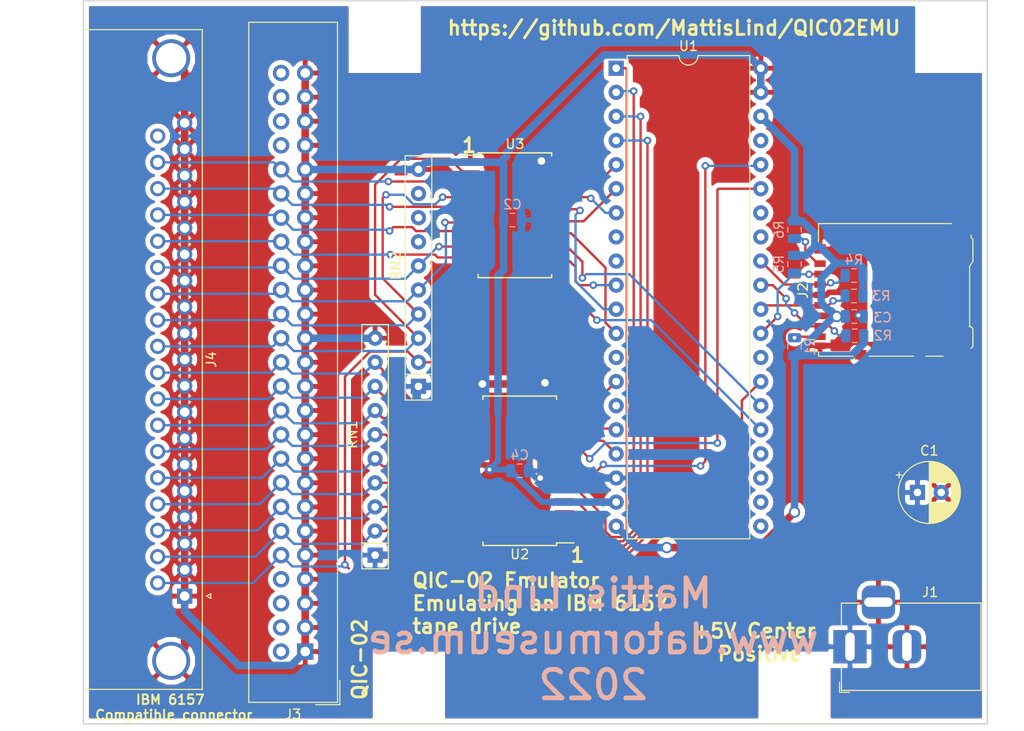
<source format=kicad_pcb>
(kicad_pcb (version 20171130) (host pcbnew 5.0.2-bee76a0~70~ubuntu16.04.1)
  (layers (0 F.Cu signal) (31 B.Cu signal) (34 B.Paste user) (35 F.Paste user) (36 B.SilkS user) (37 F.SilkS user) (38 B.Mask user) (39 F.Mask user) (44 Edge.Cuts user))
  (net 0 "")
  (net 1 +5V)
  (net 2 /~HB7)
  (net 3 /~HB6)
  (net 4 /~HB5)
  (net 5 /~HB4)
  (net 6 /~HB3)
  (net 7 /~HB2)
  (net 8 /~HB1)
  (net 9 /~HB0)
  (net 10 GND)
  (net 11 "Net-(RN2-Pad9)")
  (net 12 "Net-(RN2-Pad8)")
  (net 13 "Net-(RN2-Pad7)")
  (net 14 /~XFR)
  (net 15 /~RST)
  (net 16 /~REQ)
  (net 17 /~ONL)
  (net 18 /~HBP)
  (net 19 +3V3)
  (net 20 "Net-(J2-Pad1)")
  (net 21 /SD_CS)
  (net 22 /SD_MOSI)
  (net 23 /SD_CLK)
  (net 24 "Net-(J2-Pad8)")
  (net 25 /SD_MISO)
  (net 26 /IDIR)
  (net 27 /PE)
  (net 28 /D7)
  (net 29 /D6)
  (net 30 /D5)
  (net 31 /D4)
  (net 32 /D3)
  (net 33 /D2)
  (net 34 /D1)
  (net 35 /D0)
  (net 36 /~DIR)
  (net 37 /~EXC)
  (net 38 /~RDY)
  (net 39 /~ACK)
  (net 40 /IACK)
  (net 41 /IXFR)
  (net 42 /IRDY)
  (net 43 /IRST)
  (net 44 /IEXC)
  (net 45 /IREQ)
  (net 46 /IONL)
  (net 47 "Net-(U1-Pad21)")
  (net 48 "Net-(U1-Pad22)")
  (net 49 "Net-(U1-Pad23)")
  (net 50 "Net-(U1-Pad24)")
  (net 51 "Net-(U1-Pad8)")
  (net 52 "Net-(U1-Pad28)")
  (net 53 "Net-(U1-Pad9)")
  (net 54 "Net-(U1-Pad13)")
  (net 55 "Net-(U1-Pad33)")
  (net 56 "Net-(U1-Pad34)")
  (net 57 "Net-(U1-Pad15)")
  (net 58 "Net-(U1-Pad37)")
  (net 59 "Net-(J3-Pad2)")
  (net 60 "Net-(J3-Pad4)")
  (net 61 "Net-(J3-Pad6)")
  (net 62 "Net-(J3-Pad8)")
  (net 63 "Net-(J3-Pad44)")
  (net 64 "Net-(J3-Pad46)")
  (net 65 "Net-(J3-Pad48)")
  (net 66 "Net-(J3-Pad50)")
  (net 67 "Net-(J4-Pad37)")
  (net 68 /TR_EN)
  (module Package_DIP:DIP-40_W15.24mm (layer F.Cu) (at 129.794 90.932)
    (fp_text reference U1 (at 7.62 -2.33) (layer F.SilkS))
    (fp_text value STM32BluePill)
    (pad 1 thru_hole rect (at 0 0) (size 1.6 1.6) (drill 0.8) (layers *.Cu *.Mask) (net 31 /D4))
    (pad 21 thru_hole oval (at 15.24 48.26) (size 1.6 1.6) (drill 0.8) (layers *.Cu *.Mask) (net 47 "Net-(U1-Pad21)"))
    (pad 2 thru_hole oval (at 0 2.54) (size 1.6 1.6) (drill 0.8) (layers *.Cu *.Mask) (net 30 /D5))
    (pad 22 thru_hole oval (at 15.24 45.72) (size 1.6 1.6) (drill 0.8) (layers *.Cu *.Mask) (net 48 "Net-(U1-Pad22)"))
    (pad 3 thru_hole oval (at 0 5.08) (size 1.6 1.6) (drill 0.8) (layers *.Cu *.Mask) (net 29 /D6))
    (pad 23 thru_hole oval (at 15.24 43.18) (size 1.6 1.6) (drill 0.8) (layers *.Cu *.Mask) (net 49 "Net-(U1-Pad23)"))
    (pad 4 thru_hole oval (at 0 7.62) (size 1.6 1.6) (drill 0.8) (layers *.Cu *.Mask) (net 28 /D7))
    (pad 24 thru_hole oval (at 15.24 40.64) (size 1.6 1.6) (drill 0.8) (layers *.Cu *.Mask) (net 50 "Net-(U1-Pad24)"))
    (pad 5 thru_hole oval (at 0 10.16) (size 1.6 1.6) (drill 0.8) (layers *.Cu *.Mask) (net 46 /IONL))
    (pad 25 thru_hole oval (at 15.24 38.1) (size 1.6 1.6) (drill 0.8) (layers *.Cu *.Mask) (net 40 /IACK))
    (pad 6 thru_hole oval (at 0 12.7) (size 1.6 1.6) (drill 0.8) (layers *.Cu *.Mask) (net 44 /IEXC))
    (pad 26 thru_hole oval (at 15.24 35.56) (size 1.6 1.6) (drill 0.8) (layers *.Cu *.Mask) (net 42 /IRDY))
    (pad 7 thru_hole oval (at 0 15.24) (size 1.6 1.6) (drill 0.8) (layers *.Cu *.Mask) (net 26 /IDIR))
    (pad 27 thru_hole oval (at 15.24 33.02) (size 1.6 1.6) (drill 0.8) (layers *.Cu *.Mask) (net 68 /TR_EN))
    (pad 8 thru_hole oval (at 0 17.78) (size 1.6 1.6) (drill 0.8) (layers *.Cu *.Mask) (net 51 "Net-(U1-Pad8)"))
    (pad 28 thru_hole oval (at 15.24 30.48) (size 1.6 1.6) (drill 0.8) (layers *.Cu *.Mask) (net 52 "Net-(U1-Pad28)"))
    (pad 9 thru_hole oval (at 0 20.32) (size 1.6 1.6) (drill 0.8) (layers *.Cu *.Mask) (net 53 "Net-(U1-Pad9)"))
    (pad 29 thru_hole oval (at 15.24 27.94) (size 1.6 1.6) (drill 0.8) (layers *.Cu *.Mask) (net 21 /SD_CS))
    (pad 10 thru_hole oval (at 0 22.86) (size 1.6 1.6) (drill 0.8) (layers *.Cu *.Mask) (net 41 /IXFR))
    (pad 30 thru_hole oval (at 15.24 25.4) (size 1.6 1.6) (drill 0.8) (layers *.Cu *.Mask) (net 23 /SD_CLK))
    (pad 11 thru_hole oval (at 0 25.4) (size 1.6 1.6) (drill 0.8) (layers *.Cu *.Mask) (net 45 /IREQ))
    (pad 31 thru_hole oval (at 15.24 22.86) (size 1.6 1.6) (drill 0.8) (layers *.Cu *.Mask) (net 25 /SD_MISO))
    (pad 12 thru_hole oval (at 0 27.94) (size 1.6 1.6) (drill 0.8) (layers *.Cu *.Mask) (net 43 /IRST))
    (pad 32 thru_hole oval (at 15.24 20.32) (size 1.6 1.6) (drill 0.8) (layers *.Cu *.Mask) (net 22 /SD_MOSI))
    (pad 13 thru_hole oval (at 0 30.48) (size 1.6 1.6) (drill 0.8) (layers *.Cu *.Mask) (net 54 "Net-(U1-Pad13)"))
    (pad 33 thru_hole oval (at 15.24 17.78) (size 1.6 1.6) (drill 0.8) (layers *.Cu *.Mask) (net 55 "Net-(U1-Pad33)"))
    (pad 14 thru_hole oval (at 0 33.02) (size 1.6 1.6) (drill 0.8) (layers *.Cu *.Mask) (net 27 /PE))
    (pad 34 thru_hole oval (at 15.24 15.24) (size 1.6 1.6) (drill 0.8) (layers *.Cu *.Mask) (net 56 "Net-(U1-Pad34)"))
    (pad 15 thru_hole oval (at 0 35.56) (size 1.6 1.6) (drill 0.8) (layers *.Cu *.Mask) (net 57 "Net-(U1-Pad15)"))
    (pad 35 thru_hole oval (at 15.24 12.7) (size 1.6 1.6) (drill 0.8) (layers *.Cu *.Mask) (net 33 /D2))
    (pad 16 thru_hole oval (at 0 38.1) (size 1.6 1.6) (drill 0.8) (layers *.Cu *.Mask) (net 35 /D0))
    (pad 36 thru_hole oval (at 15.24 10.16) (size 1.6 1.6) (drill 0.8) (layers *.Cu *.Mask) (net 32 /D3))
    (pad 17 thru_hole oval (at 0 40.64) (size 1.6 1.6) (drill 0.8) (layers *.Cu *.Mask) (net 34 /D1))
    (pad 37 thru_hole oval (at 15.24 7.62) (size 1.6 1.6) (drill 0.8) (layers *.Cu *.Mask) (net 58 "Net-(U1-Pad37)"))
    (pad 18 thru_hole oval (at 0 43.18) (size 1.6 1.6) (drill 0.8) (layers *.Cu *.Mask) (net 1 +5V))
    (pad 38 thru_hole oval (at 15.24 5.08) (size 1.6 1.6) (drill 0.8) (layers *.Cu *.Mask) (net 19 +3V3))
    (pad 19 thru_hole oval (at 0 45.72) (size 1.6 1.6) (drill 0.8) (layers *.Cu *.Mask) (net 10 GND))
    (pad 39 thru_hole oval (at 15.24 2.54) (size 1.6 1.6) (drill 0.8) (layers *.Cu *.Mask) (net 10 GND))
    (pad 20 thru_hole oval (at 0 48.26) (size 1.6 1.6) (drill 0.8) (layers *.Cu *.Mask) (net 19 +3V3))
    (pad 40 thru_hole oval (at 15.24 0) (size 1.6 1.6) (drill 0.8) (layers *.Cu *.Mask) (net 10 GND))
  )
  (module MountingHole:MountingHole_3.2mm_M3_ISO14580 (layer F.Cu) (at 148.59 156.21)
    (fp_text reference H3 hide)
    (fp_text value MountingHole)
    (pad 1 np_thru_hole circle (at 0 0) (size 3.2 3.2) (drill 3.2) (layers *.Cu *.Mask))
  )
  (module MountingHole:MountingHole_3.2mm_M3_ISO14580 (layer F.Cu) (at 107.95 156.21)
    (fp_text reference H2 hide)
    (fp_text value MountingHole)
    (pad 1 np_thru_hole circle (at 0 0) (size 3.2 3.2) (drill 3.2) (layers *.Cu *.Mask))
  )
  (module MountingHole:MountingHole_3.2mm_M3_ISO14580 (layer F.Cu) (at 165.1 87.63)
    (fp_text reference H1 hide)
    (fp_text value MountingHole)
    (pad 1 np_thru_hole circle (at 0 0) (size 3.2 3.2) (drill 3.2) (layers *.Cu *.Mask))
  )
  (module MountingHole:MountingHole_3.2mm_M3_ISO14580 (layer F.Cu) (at 105.41 87.63)
    (fp_text reference H4 hide)
    (fp_text value MountingHole)
    (pad 1 np_thru_hole circle (at 0 0) (size 3.2 3.2) (drill 3.2) (layers *.Cu *.Mask))
  )
  (module Connector_Dsub:DSUB-37_Female_Horizontal_P2.77x2.84mm_EdgePinOffset7.70mm_Housed_MountingHolesOffset9.12mm (layer F.Cu) (at 84.328 146.558 270)
    (fp_text reference J4 (at -24.93 -2.8 270) (layer F.SilkS))
    (fp_text value DB37_F)
    (pad 1 thru_hole rect (at 0 0 270) (size 1.6 1.6) (drill 1) (layers *.Cu *.Mask) (net 10 GND))
    (pad 2 thru_hole circle (at -2.77 0 270) (size 1.6 1.6) (drill 1) (layers *.Cu *.Mask) (net 10 GND))
    (pad 3 thru_hole circle (at -5.54 0 270) (size 1.6 1.6) (drill 1) (layers *.Cu *.Mask) (net 10 GND))
    (pad 4 thru_hole circle (at -8.31 0 270) (size 1.6 1.6) (drill 1) (layers *.Cu *.Mask) (net 10 GND))
    (pad 5 thru_hole circle (at -11.08 0 270) (size 1.6 1.6) (drill 1) (layers *.Cu *.Mask) (net 10 GND))
    (pad 6 thru_hole circle (at -13.85 0 270) (size 1.6 1.6) (drill 1) (layers *.Cu *.Mask) (net 10 GND))
    (pad 7 thru_hole circle (at -16.62 0 270) (size 1.6 1.6) (drill 1) (layers *.Cu *.Mask) (net 10 GND))
    (pad 8 thru_hole circle (at -19.39 0 270) (size 1.6 1.6) (drill 1) (layers *.Cu *.Mask) (net 10 GND))
    (pad 9 thru_hole circle (at -22.16 0 270) (size 1.6 1.6) (drill 1) (layers *.Cu *.Mask) (net 10 GND))
    (pad 10 thru_hole circle (at -24.93 0 270) (size 1.6 1.6) (drill 1) (layers *.Cu *.Mask) (net 10 GND))
    (pad 11 thru_hole circle (at -27.7 0 270) (size 1.6 1.6) (drill 1) (layers *.Cu *.Mask) (net 10 GND))
    (pad 12 thru_hole circle (at -30.47 0 270) (size 1.6 1.6) (drill 1) (layers *.Cu *.Mask) (net 10 GND))
    (pad 13 thru_hole circle (at -33.24 0 270) (size 1.6 1.6) (drill 1) (layers *.Cu *.Mask) (net 10 GND))
    (pad 14 thru_hole circle (at -36.01 0 270) (size 1.6 1.6) (drill 1) (layers *.Cu *.Mask) (net 10 GND))
    (pad 15 thru_hole circle (at -38.78 0 270) (size 1.6 1.6) (drill 1) (layers *.Cu *.Mask) (net 10 GND))
    (pad 16 thru_hole circle (at -41.55 0 270) (size 1.6 1.6) (drill 1) (layers *.Cu *.Mask) (net 10 GND))
    (pad 17 thru_hole circle (at -44.32 0 270) (size 1.6 1.6) (drill 1) (layers *.Cu *.Mask) (net 10 GND))
    (pad 18 thru_hole circle (at -47.09 0 270) (size 1.6 1.6) (drill 1) (layers *.Cu *.Mask) (net 10 GND))
    (pad 19 thru_hole circle (at -49.86 0 270) (size 1.6 1.6) (drill 1) (layers *.Cu *.Mask) (net 10 GND))
    (pad 20 thru_hole circle (at -1.385 2.84 270) (size 1.6 1.6) (drill 1) (layers *.Cu *.Mask) (net 18 /~HBP))
    (pad 21 thru_hole circle (at -4.155 2.84 270) (size 1.6 1.6) (drill 1) (layers *.Cu *.Mask) (net 2 /~HB7))
    (pad 22 thru_hole circle (at -6.925 2.84 270) (size 1.6 1.6) (drill 1) (layers *.Cu *.Mask) (net 3 /~HB6))
    (pad 23 thru_hole circle (at -9.695 2.84 270) (size 1.6 1.6) (drill 1) (layers *.Cu *.Mask) (net 4 /~HB5))
    (pad 24 thru_hole circle (at -12.465 2.84 270) (size 1.6 1.6) (drill 1) (layers *.Cu *.Mask) (net 5 /~HB4))
    (pad 25 thru_hole circle (at -15.235 2.84 270) (size 1.6 1.6) (drill 1) (layers *.Cu *.Mask) (net 6 /~HB3))
    (pad 26 thru_hole circle (at -18.005 2.84 270) (size 1.6 1.6) (drill 1) (layers *.Cu *.Mask) (net 7 /~HB2))
    (pad 27 thru_hole circle (at -20.775 2.84 270) (size 1.6 1.6) (drill 1) (layers *.Cu *.Mask) (net 8 /~HB1))
    (pad 28 thru_hole circle (at -23.545 2.84 270) (size 1.6 1.6) (drill 1) (layers *.Cu *.Mask) (net 9 /~HB0))
    (pad 29 thru_hole circle (at -26.315 2.84 270) (size 1.6 1.6) (drill 1) (layers *.Cu *.Mask) (net 17 /~ONL))
    (pad 30 thru_hole circle (at -29.085 2.84 270) (size 1.6 1.6) (drill 1) (layers *.Cu *.Mask) (net 16 /~REQ))
    (pad 31 thru_hole circle (at -31.855 2.84 270) (size 1.6 1.6) (drill 1) (layers *.Cu *.Mask) (net 15 /~RST))
    (pad 32 thru_hole circle (at -34.625 2.84 270) (size 1.6 1.6) (drill 1) (layers *.Cu *.Mask) (net 14 /~XFR))
    (pad 33 thru_hole circle (at -37.395 2.84 270) (size 1.6 1.6) (drill 1) (layers *.Cu *.Mask) (net 39 /~ACK))
    (pad 34 thru_hole circle (at -40.165 2.84 270) (size 1.6 1.6) (drill 1) (layers *.Cu *.Mask) (net 38 /~RDY))
    (pad 35 thru_hole circle (at -42.935 2.84 270) (size 1.6 1.6) (drill 1) (layers *.Cu *.Mask) (net 37 /~EXC))
    (pad 36 thru_hole circle (at -45.705 2.84 270) (size 1.6 1.6) (drill 1) (layers *.Cu *.Mask) (net 36 /~DIR))
    (pad 37 thru_hole circle (at -48.475 2.84 270) (size 1.6 1.6) (drill 1) (layers *.Cu *.Mask) (net 67 "Net-(J4-Pad37)"))
    (pad 0 thru_hole circle (at -56.68 1.42 270) (size 4 4) (drill 3.2) (layers *.Cu *.Mask) (net 10 GND))
    (pad 0 thru_hole circle (at 6.82 1.42 270) (size 4 4) (drill 3.2) (layers *.Cu *.Mask) (net 10 GND))
  )
  (module Connector_IDC:IDC-Header_2x25_P2.54mm_Vertical (layer F.Cu) (at 97.028 152.4 180)
    (fp_text reference J3 (at 1.27 -6.604 180) (layer F.SilkS))
    (fp_text value "50 Pin header")
    (pad 1 thru_hole rect (at 0 0 180) (size 1.7272 1.7272) (drill 1.016) (layers *.Cu *.Mask) (net 10 GND))
    (pad 2 thru_hole oval (at 2.54 0 180) (size 1.7272 1.7272) (drill 1.016) (layers *.Cu *.Mask) (net 59 "Net-(J3-Pad2)"))
    (pad 3 thru_hole oval (at 0 2.54 180) (size 1.7272 1.7272) (drill 1.016) (layers *.Cu *.Mask) (net 10 GND))
    (pad 4 thru_hole oval (at 2.54 2.54 180) (size 1.7272 1.7272) (drill 1.016) (layers *.Cu *.Mask) (net 60 "Net-(J3-Pad4)"))
    (pad 5 thru_hole oval (at 0 5.08 180) (size 1.7272 1.7272) (drill 1.016) (layers *.Cu *.Mask) (net 10 GND))
    (pad 6 thru_hole oval (at 2.54 5.08 180) (size 1.7272 1.7272) (drill 1.016) (layers *.Cu *.Mask) (net 61 "Net-(J3-Pad6)"))
    (pad 7 thru_hole oval (at 0 7.62 180) (size 1.7272 1.7272) (drill 1.016) (layers *.Cu *.Mask) (net 10 GND))
    (pad 8 thru_hole oval (at 2.54 7.62 180) (size 1.7272 1.7272) (drill 1.016) (layers *.Cu *.Mask) (net 62 "Net-(J3-Pad8)"))
    (pad 9 thru_hole oval (at 0 10.16 180) (size 1.7272 1.7272) (drill 1.016) (layers *.Cu *.Mask) (net 10 GND))
    (pad 10 thru_hole oval (at 2.54 10.16 180) (size 1.7272 1.7272) (drill 1.016) (layers *.Cu *.Mask) (net 18 /~HBP))
    (pad 11 thru_hole oval (at 0 12.7 180) (size 1.7272 1.7272) (drill 1.016) (layers *.Cu *.Mask) (net 10 GND))
    (pad 12 thru_hole oval (at 2.54 12.7 180) (size 1.7272 1.7272) (drill 1.016) (layers *.Cu *.Mask) (net 2 /~HB7))
    (pad 13 thru_hole oval (at 0 15.24 180) (size 1.7272 1.7272) (drill 1.016) (layers *.Cu *.Mask) (net 10 GND))
    (pad 14 thru_hole oval (at 2.54 15.24 180) (size 1.7272 1.7272) (drill 1.016) (layers *.Cu *.Mask) (net 3 /~HB6))
    (pad 15 thru_hole oval (at 0 17.78 180) (size 1.7272 1.7272) (drill 1.016) (layers *.Cu *.Mask) (net 10 GND))
    (pad 16 thru_hole oval (at 2.54 17.78 180) (size 1.7272 1.7272) (drill 1.016) (layers *.Cu *.Mask) (net 4 /~HB5))
    (pad 17 thru_hole oval (at 0 20.32 180) (size 1.7272 1.7272) (drill 1.016) (layers *.Cu *.Mask) (net 10 GND))
    (pad 18 thru_hole oval (at 2.54 20.32 180) (size 1.7272 1.7272) (drill 1.016) (layers *.Cu *.Mask) (net 5 /~HB4))
    (pad 19 thru_hole oval (at 0 22.86 180) (size 1.7272 1.7272) (drill 1.016) (layers *.Cu *.Mask) (net 10 GND))
    (pad 20 thru_hole oval (at 2.54 22.86 180) (size 1.7272 1.7272) (drill 1.016) (layers *.Cu *.Mask) (net 6 /~HB3))
    (pad 21 thru_hole oval (at 0 25.4 180) (size 1.7272 1.7272) (drill 1.016) (layers *.Cu *.Mask) (net 10 GND))
    (pad 22 thru_hole oval (at 2.54 25.4 180) (size 1.7272 1.7272) (drill 1.016) (layers *.Cu *.Mask) (net 7 /~HB2))
    (pad 23 thru_hole oval (at 0 27.94 180) (size 1.7272 1.7272) (drill 1.016) (layers *.Cu *.Mask) (net 10 GND))
    (pad 24 thru_hole oval (at 2.54 27.94 180) (size 1.7272 1.7272) (drill 1.016) (layers *.Cu *.Mask) (net 8 /~HB1))
    (pad 25 thru_hole oval (at 0 30.48 180) (size 1.7272 1.7272) (drill 1.016) (layers *.Cu *.Mask) (net 10 GND))
    (pad 26 thru_hole oval (at 2.54 30.48 180) (size 1.7272 1.7272) (drill 1.016) (layers *.Cu *.Mask) (net 9 /~HB0))
    (pad 27 thru_hole oval (at 0 33.02 180) (size 1.7272 1.7272) (drill 1.016) (layers *.Cu *.Mask) (net 10 GND))
    (pad 28 thru_hole oval (at 2.54 33.02 180) (size 1.7272 1.7272) (drill 1.016) (layers *.Cu *.Mask) (net 17 /~ONL))
    (pad 29 thru_hole oval (at 0 35.56 180) (size 1.7272 1.7272) (drill 1.016) (layers *.Cu *.Mask) (net 10 GND))
    (pad 30 thru_hole oval (at 2.54 35.56 180) (size 1.7272 1.7272) (drill 1.016) (layers *.Cu *.Mask) (net 16 /~REQ))
    (pad 31 thru_hole oval (at 0 38.1 180) (size 1.7272 1.7272) (drill 1.016) (layers *.Cu *.Mask) (net 10 GND))
    (pad 32 thru_hole oval (at 2.54 38.1 180) (size 1.7272 1.7272) (drill 1.016) (layers *.Cu *.Mask) (net 15 /~RST))
    (pad 33 thru_hole oval (at 0 40.64 180) (size 1.7272 1.7272) (drill 1.016) (layers *.Cu *.Mask) (net 10 GND))
    (pad 34 thru_hole oval (at 2.54 40.64 180) (size 1.7272 1.7272) (drill 1.016) (layers *.Cu *.Mask) (net 14 /~XFR))
    (pad 35 thru_hole oval (at 0 43.18 180) (size 1.7272 1.7272) (drill 1.016) (layers *.Cu *.Mask) (net 10 GND))
    (pad 36 thru_hole oval (at 2.54 43.18 180) (size 1.7272 1.7272) (drill 1.016) (layers *.Cu *.Mask) (net 39 /~ACK))
    (pad 37 thru_hole oval (at 0 45.72 180) (size 1.7272 1.7272) (drill 1.016) (layers *.Cu *.Mask) (net 10 GND))
    (pad 38 thru_hole oval (at 2.54 45.72 180) (size 1.7272 1.7272) (drill 1.016) (layers *.Cu *.Mask) (net 38 /~RDY))
    (pad 39 thru_hole oval (at 0 48.26 180) (size 1.7272 1.7272) (drill 1.016) (layers *.Cu *.Mask) (net 10 GND))
    (pad 40 thru_hole oval (at 2.54 48.26 180) (size 1.7272 1.7272) (drill 1.016) (layers *.Cu *.Mask) (net 37 /~EXC))
    (pad 41 thru_hole oval (at 0 50.8 180) (size 1.7272 1.7272) (drill 1.016) (layers *.Cu *.Mask) (net 10 GND))
    (pad 42 thru_hole oval (at 2.54 50.8 180) (size 1.7272 1.7272) (drill 1.016) (layers *.Cu *.Mask) (net 36 /~DIR))
    (pad 43 thru_hole oval (at 0 53.34 180) (size 1.7272 1.7272) (drill 1.016) (layers *.Cu *.Mask) (net 10 GND))
    (pad 44 thru_hole oval (at 2.54 53.34 180) (size 1.7272 1.7272) (drill 1.016) (layers *.Cu *.Mask) (net 63 "Net-(J3-Pad44)"))
    (pad 45 thru_hole oval (at 0 55.88 180) (size 1.7272 1.7272) (drill 1.016) (layers *.Cu *.Mask) (net 10 GND))
    (pad 46 thru_hole oval (at 2.54 55.88 180) (size 1.7272 1.7272) (drill 1.016) (layers *.Cu *.Mask) (net 64 "Net-(J3-Pad46)"))
    (pad 47 thru_hole oval (at 0 58.42 180) (size 1.7272 1.7272) (drill 1.016) (layers *.Cu *.Mask) (net 10 GND))
    (pad 48 thru_hole oval (at 2.54 58.42 180) (size 1.7272 1.7272) (drill 1.016) (layers *.Cu *.Mask) (net 65 "Net-(J3-Pad48)"))
    (pad 49 thru_hole oval (at 0 60.96 180) (size 1.7272 1.7272) (drill 1.016) (layers *.Cu *.Mask) (net 10 GND))
    (pad 50 thru_hole oval (at 2.54 60.96 180) (size 1.7272 1.7272) (drill 1.016) (layers *.Cu *.Mask) (net 66 "Net-(J3-Pad50)"))
  )
  (module Capacitor_SMD:C_0805_2012Metric (layer B.Cu) (at 118.872 106.934 180)
    (fp_text reference C2 (at 0 1.65 180) (layer B.SilkS) (effects (justify mirror)))
    (fp_text value 100n)
    (pad 1 smd roundrect (at -0.9375 0 180) (size 0.975 1.4) (layers B.Cu B.Paste B.Mask) (net 1 +5V))
    (pad 2 smd roundrect (at 0.9375 0 180) (size 0.975 1.4) (layers B.Cu B.Paste B.Mask) (net 10 GND))
  )
  (module Capacitor_SMD:C_0805_2012Metric (layer B.Cu) (at 154.8915 117.094)
    (fp_text reference C3 (at 2.97458 0.1143) (layer B.SilkS) (effects (justify mirror)))
    (fp_text value 100n)
    (pad 2 smd roundrect (at 0.9375 0) (size 0.975 1.4) (layers B.Cu B.Paste B.Mask) (net 10 GND))
    (pad 1 smd roundrect (at -0.9375 0) (size 0.975 1.4) (layers B.Cu B.Paste B.Mask) (net 19 +3V3))
  )
  (module Capacitor_SMD:C_0805_2012Metric (layer B.Cu) (at 119.634 133.35 180)
    (fp_text reference C4 (at 0 1.65 180) (layer B.SilkS) (effects (justify mirror)))
    (fp_text value 100n)
    (pad 1 smd roundrect (at -0.9375 0 180) (size 0.975 1.4) (layers B.Cu B.Paste B.Mask) (net 1 +5V))
    (pad 2 smd roundrect (at 0.9375 0 180) (size 0.975 1.4) (layers B.Cu B.Paste B.Mask) (net 10 GND))
  )
  (module Capacitor_THT:CP_Radial_D6.3mm_P2.50mm (layer F.Cu) (at 161.544 135.636)
    (fp_text reference C1 (at 1.25 -4.4) (layer F.SilkS))
    (fp_text value 10u)
    (pad 1 thru_hole rect (at 0 0) (size 1.6 1.6) (drill 0.8) (layers *.Cu *.Mask) (net 1 +5V))
    (pad 2 thru_hole circle (at 2.5 0) (size 1.6 1.6) (drill 0.8) (layers *.Cu *.Mask) (net 10 GND))
  )
  (module Connector_BarrelJack:BarrelJack_Horizontal (layer F.Cu) (at 154.432 151.892 180)
    (fp_text reference J1 (at -8.45 5.75 180) (layer F.SilkS))
    (fp_text value "2.5 mm Barrel DC JACK")
    (pad 1 thru_hole rect (at 0 0 180) (size 3.5 3.5) (drill oval 1 3) (layers *.Cu *.Mask) (net 1 +5V))
    (pad 2 thru_hole roundrect (at -6 0 180) (size 3 3.5) (drill oval 1 3) (layers *.Cu *.Mask) (net 10 GND))
    (pad 3 thru_hole roundrect (at -3 4.7 180) (size 3.5 3.5) (drill oval 3 1) (layers *.Cu *.Mask) (net 10 GND))
  )
  (module Connector_Card:microSD_HC_Hirose_DM3AT-SF-PEJM5 (layer F.Cu) (at 159.004 114.3 90)
    (fp_text reference J2 (at -0.075 -9.525 90) (layer F.SilkS))
    (fp_text value Micro_SD_Card_Det)
    (pad 9 smd rect (at -5.875 -7.725 90) (size 0.7 1.2) (layers F.Cu F.Paste F.Mask) (net 10 GND))
    (pad 8 smd rect (at -4.925 -7.725 90) (size 0.7 1.2) (layers F.Cu F.Paste F.Mask) (net 24 "Net-(J2-Pad8)"))
    (pad 1 smd rect (at 2.775 -7.725 90) (size 0.7 1.2) (layers F.Cu F.Paste F.Mask) (net 20 "Net-(J2-Pad1)"))
    (pad 2 smd rect (at 1.675 -7.725 90) (size 0.7 1.2) (layers F.Cu F.Paste F.Mask) (net 21 /SD_CS))
    (pad 3 smd rect (at 0.575 -7.725 90) (size 0.7 1.2) (layers F.Cu F.Paste F.Mask) (net 22 /SD_MOSI))
    (pad 4 smd rect (at -0.525 -7.725 90) (size 0.7 1.2) (layers F.Cu F.Paste F.Mask) (net 10 GND))
    (pad 5 smd rect (at -1.625 -7.725 90) (size 0.7 1.2) (layers F.Cu F.Paste F.Mask) (net 23 /SD_CLK))
    (pad 6 smd rect (at -2.725 -7.725 90) (size 0.7 1.2) (layers F.Cu F.Paste F.Mask) (net 19 +3V3))
    (pad 7 smd rect (at -3.825 -7.725 90) (size 0.7 1.2) (layers F.Cu F.Paste F.Mask) (net 25 /SD_MISO))
    (pad 11 smd rect (at 4.325 -7.725 90) (size 1 1.2) (layers F.Cu F.Paste F.Mask) (net 10 GND))
    (pad 11 smd rect (at -6.825 -3.425 90) (size 1 1.2) (layers F.Cu F.Paste F.Mask) (net 10 GND))
    (pad 10 smd rect (at -6.825 2.775 90) (size 1 0.8) (layers F.Cu F.Paste F.Mask) (net 10 GND))
    (pad 11 smd rect (at -6.825 6.925 90) (size 1 2.8) (layers F.Cu F.Paste F.Mask) (net 10 GND))
    (pad 11 smd rect (at 6.675 7.375 90) (size 1.3 1.9) (layers F.Cu F.Paste F.Mask) (net 10 GND))
  )
  (module Package_SO:SOIC-20W_7.5x12.8mm_P1.27mm (layer F.Cu) (at 119.126 106.426)
    (fp_text reference U3 (at 0 -7.5) (layer F.SilkS))
    (fp_text value 74ABT241)
    (pad 1 smd rect (at -4.7 -5.715) (size 1.95 0.6) (layers F.Cu F.Paste F.Mask) (net 10 GND))
    (pad 2 smd rect (at -4.7 -4.445) (size 1.95 0.6) (layers F.Cu F.Paste F.Mask) (net 17 /~ONL))
    (pad 3 smd rect (at -4.7 -3.175) (size 1.95 0.6) (layers F.Cu F.Paste F.Mask) (net 36 /~DIR))
    (pad 4 smd rect (at -4.7 -1.905) (size 1.95 0.6) (layers F.Cu F.Paste F.Mask) (net 16 /~REQ))
    (pad 5 smd rect (at -4.7 -0.635) (size 1.95 0.6) (layers F.Cu F.Paste F.Mask) (net 37 /~EXC))
    (pad 6 smd rect (at -4.7 0.635) (size 1.95 0.6) (layers F.Cu F.Paste F.Mask) (net 15 /~RST))
    (pad 7 smd rect (at -4.7 1.905) (size 1.95 0.6) (layers F.Cu F.Paste F.Mask) (net 38 /~RDY))
    (pad 8 smd rect (at -4.7 3.175) (size 1.95 0.6) (layers F.Cu F.Paste F.Mask) (net 14 /~XFR))
    (pad 9 smd rect (at -4.7 4.445) (size 1.95 0.6) (layers F.Cu F.Paste F.Mask) (net 39 /~ACK))
    (pad 10 smd rect (at -4.7 5.715) (size 1.95 0.6) (layers F.Cu F.Paste F.Mask) (net 10 GND))
    (pad 11 smd rect (at 4.7 5.715) (size 1.95 0.6) (layers F.Cu F.Paste F.Mask) (net 40 /IACK))
    (pad 12 smd rect (at 4.7 4.445) (size 1.95 0.6) (layers F.Cu F.Paste F.Mask) (net 41 /IXFR))
    (pad 13 smd rect (at 4.7 3.175) (size 1.95 0.6) (layers F.Cu F.Paste F.Mask) (net 42 /IRDY))
    (pad 14 smd rect (at 4.7 1.905) (size 1.95 0.6) (layers F.Cu F.Paste F.Mask) (net 43 /IRST))
    (pad 15 smd rect (at 4.7 0.635) (size 1.95 0.6) (layers F.Cu F.Paste F.Mask) (net 44 /IEXC))
    (pad 16 smd rect (at 4.7 -0.635) (size 1.95 0.6) (layers F.Cu F.Paste F.Mask) (net 45 /IREQ))
    (pad 17 smd rect (at 4.7 -1.905) (size 1.95 0.6) (layers F.Cu F.Paste F.Mask) (net 26 /IDIR))
    (pad 18 smd rect (at 4.7 -3.175) (size 1.95 0.6) (layers F.Cu F.Paste F.Mask) (net 46 /IONL))
    (pad 19 smd rect (at 4.7 -4.445) (size 1.95 0.6) (layers F.Cu F.Paste F.Mask) (net 1 +5V))
    (pad 20 smd rect (at 4.7 -5.715) (size 1.95 0.6) (layers F.Cu F.Paste F.Mask) (net 1 +5V))
  )
  (module Package_SO:SOIC-24W_7.5x15.4mm_P1.27mm (layer F.Cu) (at 119.634 133.35 180)
    (fp_text reference U2 (at 0 -8.8 180) (layer F.SilkS))
    (fp_text value 74ABT657)
    (pad 1 smd rect (at -4.7 -6.985 180) (size 2 0.6) (layers F.Cu F.Paste F.Mask) (net 68 /TR_EN))
    (pad 2 smd rect (at -4.7 -5.715 180) (size 2 0.6) (layers F.Cu F.Paste F.Mask) (net 28 /D7))
    (pad 3 smd rect (at -4.7 -4.445 180) (size 2 0.6) (layers F.Cu F.Paste F.Mask) (net 29 /D6))
    (pad 4 smd rect (at -4.7 -3.175 180) (size 2 0.6) (layers F.Cu F.Paste F.Mask) (net 30 /D5))
    (pad 5 smd rect (at -4.7 -1.905 180) (size 2 0.6) (layers F.Cu F.Paste F.Mask) (net 31 /D4))
    (pad 6 smd rect (at -4.7 -0.635 180) (size 2 0.6) (layers F.Cu F.Paste F.Mask) (net 32 /D3))
    (pad 7 smd rect (at -4.7 0.635 180) (size 2 0.6) (layers F.Cu F.Paste F.Mask) (net 1 +5V))
    (pad 8 smd rect (at -4.7 1.905 180) (size 2 0.6) (layers F.Cu F.Paste F.Mask) (net 33 /D2))
    (pad 9 smd rect (at -4.7 3.175 180) (size 2 0.6) (layers F.Cu F.Paste F.Mask) (net 34 /D1))
    (pad 10 smd rect (at -4.7 4.445 180) (size 2 0.6) (layers F.Cu F.Paste F.Mask) (net 35 /D0))
    (pad 11 smd rect (at -4.7 5.715 180) (size 2 0.6) (layers F.Cu F.Paste F.Mask) (net 1 +5V))
    (pad 12 smd rect (at -4.7 6.985 180) (size 2 0.6) (layers F.Cu F.Paste F.Mask) (net 27 /PE))
    (pad 13 smd rect (at 4.7 6.985 180) (size 2 0.6) (layers F.Cu F.Paste F.Mask) (net 18 /~HBP))
    (pad 14 smd rect (at 4.7 5.715 180) (size 2 0.6) (layers F.Cu F.Paste F.Mask) (net 9 /~HB0))
    (pad 15 smd rect (at 4.7 4.445 180) (size 2 0.6) (layers F.Cu F.Paste F.Mask) (net 8 /~HB1))
    (pad 16 smd rect (at 4.7 3.175 180) (size 2 0.6) (layers F.Cu F.Paste F.Mask) (net 7 /~HB2))
    (pad 17 smd rect (at 4.7 1.905 180) (size 2 0.6) (layers F.Cu F.Paste F.Mask) (net 6 /~HB3))
    (pad 18 smd rect (at 4.7 0.635 180) (size 2 0.6) (layers F.Cu F.Paste F.Mask) (net 10 GND))
    (pad 19 smd rect (at 4.7 -0.635 180) (size 2 0.6) (layers F.Cu F.Paste F.Mask) (net 10 GND))
    (pad 20 smd rect (at 4.7 -1.905 180) (size 2 0.6) (layers F.Cu F.Paste F.Mask) (net 5 /~HB4))
    (pad 21 smd rect (at 4.7 -3.175 180) (size 2 0.6) (layers F.Cu F.Paste F.Mask) (net 4 /~HB5))
    (pad 22 smd rect (at 4.7 -4.445 180) (size 2 0.6) (layers F.Cu F.Paste F.Mask) (net 3 /~HB6))
    (pad 23 smd rect (at 4.7 -5.715 180) (size 2 0.6) (layers F.Cu F.Paste F.Mask) (net 2 /~HB7))
    (pad 24 smd rect (at 4.7 -6.985 180) (size 2 0.6) (layers F.Cu F.Paste F.Mask) (net 10 GND))
  )
  (module Resistor_SMD:R_0805_2012Metric (layer B.Cu) (at 154.94 119.126 180)
    (fp_text reference R2 (at -2.96418 0.0254 180) (layer B.SilkS) (effects (justify mirror)))
    (fp_text value 68k)
    (pad 2 smd roundrect (at 0.9375 0 180) (size 0.975 1.4) (layers B.Cu B.Paste B.Mask) (net 25 /SD_MISO))
    (pad 1 smd roundrect (at -0.9375 0 180) (size 0.975 1.4) (layers B.Cu B.Paste B.Mask) (net 19 +3V3))
  )
  (module Resistor_SMD:R_0805_2012Metric (layer B.Cu) (at 148.59 120.269 90)
    (fp_text reference R1 (at 0 1.65 90) (layer B.SilkS) (effects (justify mirror)))
    (fp_text value 68k)
    (pad 1 smd roundrect (at -0.9375 0 90) (size 0.975 1.4) (layers B.Cu B.Paste B.Mask) (net 19 +3V3))
    (pad 2 smd roundrect (at 0.9375 0 90) (size 0.975 1.4) (layers B.Cu B.Paste B.Mask) (net 24 "Net-(J2-Pad8)"))
  )
  (module Resistor_SMD:R_0805_2012Metric (layer B.Cu) (at 154.8615 114.935 180)
    (fp_text reference R3 (at -2.8725 0.00762 180) (layer B.SilkS) (effects (justify mirror)))
    (fp_text value 68k)
    (pad 2 smd roundrect (at 0.9375 0 180) (size 0.975 1.4) (layers B.Cu B.Paste B.Mask) (net 23 /SD_CLK))
    (pad 1 smd roundrect (at -0.9375 0 180) (size 0.975 1.4) (layers B.Cu B.Paste B.Mask) (net 19 +3V3))
  )
  (module Resistor_SMD:R_0805_2012Metric (layer B.Cu) (at 154.8615 112.776 180)
    (fp_text reference R4 (at 0 1.65 180) (layer B.SilkS) (effects (justify mirror)))
    (fp_text value 68k)
    (pad 1 smd roundrect (at -0.9375 0 180) (size 0.975 1.4) (layers B.Cu B.Paste B.Mask) (net 19 +3V3))
    (pad 2 smd roundrect (at 0.9375 0 180) (size 0.975 1.4) (layers B.Cu B.Paste B.Mask) (net 22 /SD_MOSI))
  )
  (module Resistor_SMD:R_0805_2012Metric (layer B.Cu) (at 148.59 111.5845 270)
    (fp_text reference R5 (at 0 1.65 270) (layer B.SilkS) (effects (justify mirror)))
    (fp_text value 68k)
    (pad 2 smd roundrect (at 0.9375 0 270) (size 0.975 1.4) (layers B.Cu B.Paste B.Mask) (net 21 /SD_CS))
    (pad 1 smd roundrect (at -0.9375 0 270) (size 0.975 1.4) (layers B.Cu B.Paste B.Mask) (net 19 +3V3))
  )
  (module Resistor_SMD:R_0805_2012Metric (layer B.Cu) (at 148.59 107.95 270)
    (fp_text reference R6 (at 0 1.65 270) (layer B.SilkS) (effects (justify mirror)))
    (fp_text value 68k)
    (pad 1 smd roundrect (at -0.9375 0 270) (size 0.975 1.4) (layers B.Cu B.Paste B.Mask) (net 19 +3V3))
    (pad 2 smd roundrect (at 0.9375 0 270) (size 0.975 1.4) (layers B.Cu B.Paste B.Mask) (net 20 "Net-(J2-Pad1)"))
  )
  (module Resistor_THT:R_Array_SIP10 (layer F.Cu) (at 108.966 124.46 90)
    (fp_text reference RN2 (at 12.7 -2.4 90) (layer F.SilkS))
    (fp_text value "330/220 ohm SIP")
    (pad 10 thru_hole oval (at 22.86 0 90) (size 1.6 1.6) (drill 0.8) (layers *.Cu *.Mask) (net 10 GND))
    (pad 9 thru_hole oval (at 20.32 0 90) (size 1.6 1.6) (drill 0.8) (layers *.Cu *.Mask) (net 11 "Net-(RN2-Pad9)"))
    (pad 8 thru_hole oval (at 17.78 0 90) (size 1.6 1.6) (drill 0.8) (layers *.Cu *.Mask) (net 12 "Net-(RN2-Pad8)"))
    (pad 7 thru_hole oval (at 15.24 0 90) (size 1.6 1.6) (drill 0.8) (layers *.Cu *.Mask) (net 13 "Net-(RN2-Pad7)"))
    (pad 6 thru_hole oval (at 12.7 0 90) (size 1.6 1.6) (drill 0.8) (layers *.Cu *.Mask) (net 14 /~XFR))
    (pad 5 thru_hole oval (at 10.16 0 90) (size 1.6 1.6) (drill 0.8) (layers *.Cu *.Mask) (net 15 /~RST))
    (pad 4 thru_hole oval (at 7.62 0 90) (size 1.6 1.6) (drill 0.8) (layers *.Cu *.Mask) (net 16 /~REQ))
    (pad 3 thru_hole oval (at 5.08 0 90) (size 1.6 1.6) (drill 0.8) (layers *.Cu *.Mask) (net 17 /~ONL))
    (pad 2 thru_hole oval (at 2.54 0 90) (size 1.6 1.6) (drill 0.8) (layers *.Cu *.Mask) (net 18 /~HBP))
    (pad 1 thru_hole rect (at 0 0 90) (size 1.6 1.6) (drill 0.8) (layers *.Cu *.Mask) (net 1 +5V))
  )
  (module Resistor_THT:R_Array_SIP10 (layer F.Cu) (at 104.394 142.24 90)
    (fp_text reference RN1 (at 12.7 -2.4 90) (layer F.SilkS))
    (fp_text value "330/220 ohm SIP")
    (pad 1 thru_hole rect (at 0 0 90) (size 1.6 1.6) (drill 0.8) (layers *.Cu *.Mask) (net 1 +5V))
    (pad 2 thru_hole oval (at 2.54 0 90) (size 1.6 1.6) (drill 0.8) (layers *.Cu *.Mask) (net 2 /~HB7))
    (pad 3 thru_hole oval (at 5.08 0 90) (size 1.6 1.6) (drill 0.8) (layers *.Cu *.Mask) (net 3 /~HB6))
    (pad 4 thru_hole oval (at 7.62 0 90) (size 1.6 1.6) (drill 0.8) (layers *.Cu *.Mask) (net 4 /~HB5))
    (pad 5 thru_hole oval (at 10.16 0 90) (size 1.6 1.6) (drill 0.8) (layers *.Cu *.Mask) (net 5 /~HB4))
    (pad 6 thru_hole oval (at 12.7 0 90) (size 1.6 1.6) (drill 0.8) (layers *.Cu *.Mask) (net 6 /~HB3))
    (pad 7 thru_hole oval (at 15.24 0 90) (size 1.6 1.6) (drill 0.8) (layers *.Cu *.Mask) (net 7 /~HB2))
    (pad 8 thru_hole oval (at 17.78 0 90) (size 1.6 1.6) (drill 0.8) (layers *.Cu *.Mask) (net 8 /~HB1))
    (pad 9 thru_hole oval (at 20.32 0 90) (size 1.6 1.6) (drill 0.8) (layers *.Cu *.Mask) (net 9 /~HB0))
    (pad 10 thru_hole oval (at 22.86 0 90) (size 1.6 1.6) (drill 0.8) (layers *.Cu *.Mask) (net 10 GND))
  )
  (gr_text 1 (at 114.3 99.06) (layer F.SilkS) (effects (font (size 1.5 1.5) (thickness 0.3))))
  (gr_text 1 (at 125.73 142.24) (layer F.SilkS) (effects (font (size 1.5 1.5) (thickness 0.3))))
  (gr_text "QIC-02 Emulator\nEmulating an IBM 6157 \ntape drive" (at 108.16082 147.32) (layer F.SilkS) (effects (font (size 1.5 1.5) (thickness 0.3)) (justify left)))
  (gr_text "Mattis Lind\nwww.datormuseum.se\n2022" (at 127.36576 151.08682) (layer B.SilkS) (effects (font (size 3 3) (thickness 0.5)) (justify mirror)))
  (gr_text https://github.com/MattisLind/QIC02EMU (at 135.89 86.68766) (layer F.SilkS) (effects (font (size 1.5 1.5) (thickness 0.3))))
  (gr_text "+5V Center \nPositive" (at 144.91462 151.43734) (layer F.SilkS) (effects (font (size 1.5 1.5) (thickness 0.3))))
  (gr_text QIC-02 (at 102.77348 153.21534 90) (layer F.SilkS) (effects (font (size 1.5 1.5) (thickness 0.3))))
  (gr_text "IBM 6157 \nCompatible connector" (at 83.185 158.27248) (layer F.SilkS) (effects (font (size 1 1) (thickness 0.2))))
  (gr_line (start 73.66 160.02) (end 73.66 83.82) (layer Edge.Cuts) (width 0.15))
  (gr_line (start 168.91 160.02) (end 73.66 160.02) (layer Edge.Cuts) (width 0.15))
  (gr_line (start 168.91 83.82) (end 168.91 160.02) (layer Edge.Cuts) (width 0.15))
  (gr_line (start 73.66 83.82) (end 168.91 83.82) (layer Edge.Cuts) (width 0.15))
  (segment (start 119.8095 106.134) (end 119.761 106.0855) (width 0.8) (layer B.Cu) (net 1))
  (segment (start 119.8095 106.934) (end 119.8095 106.134) (width 0.8) (layer B.Cu) (net 1))
  (segment (start 119.761 106.0855) (end 119.761 102.997) (width 0.8) (layer B.Cu) (net 1))
  (via (at 121.92 100.711) (size 1.2) (drill 0.8) (layers F.Cu B.Cu) (net 1))
  (segment (start 121.92 100.838) (end 121.92 100.711) (width 0.8) (layer B.Cu) (net 1))
  (segment (start 119.761 102.997) (end 121.92 100.838) (width 0.8) (layer B.Cu) (net 1))
  (segment (start 121.92 100.711) (end 123.826 100.711) (width 0.6) (layer F.Cu) (net 1))
  (segment (start 104.394 142.24) (end 108.712 142.24) (width 0.8) (layer B.Cu) (net 1))
  (segment (start 108.712 142.24) (end 108.712 135.382) (width 0.8) (layer B.Cu) (net 1))
  (segment (start 108.712 124.714) (end 108.712 142.24) (width 0.8) (layer B.Cu) (net 1))
  (segment (start 108.966 124.46) (end 108.712 124.714) (width 0.8) (layer B.Cu) (net 1))
  (segment (start 91.785 142.403) (end 94.488 139.7) (width 0.25) (layer B.Cu) (net 2))
  (segment (start 81.488 142.403) (end 91.785 142.403) (width 0.25) (layer B.Cu) (net 2))
  (segment (start 103.594001 140.499999) (end 104.394 139.7) (width 0.25) (layer B.Cu) (net 2))
  (segment (start 103.042601 141.051399) (end 103.594001 140.499999) (width 0.25) (layer B.Cu) (net 2))
  (segment (start 95.839399 141.051399) (end 103.042601 141.051399) (width 0.25) (layer B.Cu) (net 2))
  (segment (start 94.488 139.7) (end 95.839399 141.051399) (width 0.25) (layer B.Cu) (net 2))
  (segment (start 104.394 139.7) (end 105.52537 139.7) (width 0.25) (layer F.Cu) (net 2))
  (segment (start 92.015 139.633) (end 94.488 137.16) (width 0.25) (layer B.Cu) (net 3))
  (segment (start 81.488 139.633) (end 92.015 139.633) (width 0.25) (layer B.Cu) (net 3))
  (segment (start 103.594001 137.959999) (end 104.394 137.16) (width 0.25) (layer B.Cu) (net 3))
  (segment (start 103.205399 138.348601) (end 103.594001 137.959999) (width 0.25) (layer B.Cu) (net 3))
  (segment (start 95.676601 138.348601) (end 103.205399 138.348601) (width 0.25) (layer B.Cu) (net 3))
  (segment (start 94.488 137.16) (end 95.676601 138.348601) (width 0.25) (layer B.Cu) (net 3))
  (segment (start 92.245 136.863) (end 94.488 134.62) (width 0.25) (layer B.Cu) (net 4))
  (segment (start 81.488 136.863) (end 92.245 136.863) (width 0.25) (layer B.Cu) (net 4))
  (segment (start 103.205399 135.808601) (end 103.594001 135.419999) (width 0.25) (layer B.Cu) (net 4))
  (segment (start 103.594001 135.419999) (end 104.394 134.62) (width 0.25) (layer B.Cu) (net 4))
  (segment (start 95.676601 135.808601) (end 103.205399 135.808601) (width 0.25) (layer B.Cu) (net 4))
  (segment (start 94.488 134.62) (end 95.676601 135.808601) (width 0.25) (layer B.Cu) (net 4))
  (segment (start 92.475 134.093) (end 94.488 132.08) (width 0.25) (layer B.Cu) (net 5))
  (segment (start 81.488 134.093) (end 92.475 134.093) (width 0.25) (layer B.Cu) (net 5))
  (segment (start 103.594001 132.879999) (end 104.394 132.08) (width 0.25) (layer B.Cu) (net 5))
  (segment (start 103.042601 133.431399) (end 103.594001 132.879999) (width 0.25) (layer B.Cu) (net 5))
  (segment (start 95.839399 133.431399) (end 103.042601 133.431399) (width 0.25) (layer B.Cu) (net 5))
  (segment (start 94.488 132.08) (end 95.839399 133.431399) (width 0.25) (layer B.Cu) (net 5))
  (segment (start 93.624401 130.403599) (end 94.488 129.54) (width 0.25) (layer B.Cu) (net 6))
  (segment (start 92.964999 131.063001) (end 93.624401 130.403599) (width 0.25) (layer B.Cu) (net 6))
  (segment (start 82.879369 131.063001) (end 92.964999 131.063001) (width 0.25) (layer B.Cu) (net 6))
  (segment (start 82.61937 131.323) (end 82.879369 131.063001) (width 0.25) (layer B.Cu) (net 6))
  (segment (start 81.488 131.323) (end 82.61937 131.323) (width 0.25) (layer B.Cu) (net 6))
  (segment (start 103.594001 130.339999) (end 104.394 129.54) (width 0.25) (layer B.Cu) (net 6))
  (segment (start 103.205399 130.728601) (end 103.594001 130.339999) (width 0.25) (layer B.Cu) (net 6))
  (segment (start 95.676601 130.728601) (end 103.205399 130.728601) (width 0.25) (layer B.Cu) (net 6))
  (segment (start 94.488 129.54) (end 95.676601 130.728601) (width 0.25) (layer B.Cu) (net 6))
  (segment (start 113.684 131.445) (end 114.934 131.445) (width 0.25) (layer F.Cu) (net 6))
  (segment (start 107.43037 131.445) (end 113.684 131.445) (width 0.25) (layer F.Cu) (net 6))
  (segment (start 105.52537 129.54) (end 107.43037 131.445) (width 0.25) (layer F.Cu) (net 6))
  (segment (start 104.394 129.54) (end 105.52537 129.54) (width 0.25) (layer F.Cu) (net 6))
  (segment (start 92.935 128.553) (end 94.488 127) (width 0.25) (layer B.Cu) (net 7))
  (segment (start 81.488 128.553) (end 92.935 128.553) (width 0.25) (layer B.Cu) (net 7))
  (segment (start 103.594001 127.799999) (end 104.394 127) (width 0.25) (layer B.Cu) (net 7))
  (segment (start 103.042601 128.351399) (end 103.594001 127.799999) (width 0.25) (layer B.Cu) (net 7))
  (segment (start 95.839399 128.351399) (end 103.042601 128.351399) (width 0.25) (layer B.Cu) (net 7))
  (segment (start 94.488 127) (end 95.839399 128.351399) (width 0.25) (layer B.Cu) (net 7))
  (segment (start 105.193999 127.799999) (end 109.130999 127.799999) (width 0.25) (layer F.Cu) (net 7))
  (segment (start 104.394 127) (end 105.193999 127.799999) (width 0.25) (layer F.Cu) (net 7))
  (segment (start 111.506 130.175) (end 114.934 130.175) (width 0.25) (layer F.Cu) (net 7))
  (segment (start 109.130999 127.799999) (end 111.506 130.175) (width 0.25) (layer F.Cu) (net 7))
  (segment (start 93.165 125.783) (end 94.488 124.46) (width 0.25) (layer B.Cu) (net 8))
  (segment (start 81.488 125.783) (end 93.165 125.783) (width 0.25) (layer B.Cu) (net 8))
  (segment (start 103.594001 125.259999) (end 104.394 124.46) (width 0.25) (layer B.Cu) (net 8))
  (segment (start 103.205399 125.648601) (end 103.594001 125.259999) (width 0.25) (layer B.Cu) (net 8))
  (segment (start 95.676601 125.648601) (end 103.205399 125.648601) (width 0.25) (layer B.Cu) (net 8))
  (segment (start 94.488 124.46) (end 95.676601 125.648601) (width 0.25) (layer B.Cu) (net 8))
  (segment (start 114.234 128.905) (end 114.934 128.905) (width 0.25) (layer F.Cu) (net 8))
  (segment (start 104.394 124.46) (end 104.394 124.587) (width 0.25) (layer F.Cu) (net 8))
  (segment (start 106.934 127.127) (end 112.456 127.127) (width 0.25) (layer F.Cu) (net 8))
  (segment (start 104.394 124.587) (end 106.934 127.127) (width 0.25) (layer F.Cu) (net 8))
  (segment (start 112.456 127.127) (end 114.234 128.905) (width 0.25) (layer F.Cu) (net 8))
  (segment (start 93.395 123.013) (end 94.488 121.92) (width 0.25) (layer B.Cu) (net 9))
  (segment (start 81.488 123.013) (end 93.395 123.013) (width 0.25) (layer B.Cu) (net 9))
  (segment (start 103.205399 123.108601) (end 103.594001 122.719999) (width 0.25) (layer B.Cu) (net 9))
  (segment (start 103.594001 122.719999) (end 104.394 121.92) (width 0.25) (layer B.Cu) (net 9))
  (segment (start 95.676601 123.108601) (end 103.205399 123.108601) (width 0.25) (layer B.Cu) (net 9))
  (segment (start 94.488 121.92) (end 95.676601 123.108601) (width 0.25) (layer B.Cu) (net 9))
  (segment (start 113.27599 126.67699) (end 114.234 127.635) (width 0.25) (layer F.Cu) (net 9))
  (segment (start 108.997988 126.67699) (end 113.27599 126.67699) (width 0.25) (layer F.Cu) (net 9))
  (segment (start 114.234 127.635) (end 114.934 127.635) (width 0.25) (layer F.Cu) (net 9))
  (segment (start 105.193999 122.873001) (end 108.997988 126.67699) (width 0.25) (layer F.Cu) (net 9))
  (segment (start 105.193999 122.719999) (end 105.193999 122.873001) (width 0.25) (layer F.Cu) (net 9))
  (segment (start 104.394 121.92) (end 105.193999 122.719999) (width 0.25) (layer F.Cu) (net 9))
  (segment (start 97.028 91.44) (end 97.028 152.4) (width 0.8) (layer F.Cu) (net 10))
  (segment (start 84.328 146.558) (end 84.328 96.698) (width 0.8) (layer F.Cu) (net 10))
  (segment (start 95.564399 153.863601) (end 97.028 152.4) (width 0.8) (layer B.Cu) (net 10))
  (segment (start 90.033601 153.863601) (end 95.564399 153.863601) (width 0.8) (layer B.Cu) (net 10))
  (segment (start 84.328 148.158) (end 90.033601 153.863601) (width 0.8) (layer B.Cu) (net 10))
  (segment (start 84.328 146.558) (end 84.328 148.158) (width 0.8) (layer B.Cu) (net 10))
  (segment (start 84.328 151.958) (end 82.908 153.378) (width 0.8) (layer F.Cu) (net 10))
  (segment (start 84.328 146.558) (end 84.328 151.958) (width 0.8) (layer F.Cu) (net 10))
  (segment (start 117.9345 101.1705) (end 117.602 100.838) (width 0.8) (layer B.Cu) (net 10))
  (segment (start 117.9345 106.934) (end 117.9345 101.1705) (width 0.8) (layer B.Cu) (net 10))
  (segment (start 117.602 100.711) (end 114.553 100.711) (width 0.6) (layer F.Cu) (net 10))
  (segment (start 109.728 100.838) (end 108.966 101.6) (width 0.8) (layer B.Cu) (net 10))
  (segment (start 117.602 100.838) (end 109.728 100.838) (width 0.8) (layer B.Cu) (net 10))
  (segment (start 108.966 101.6) (end 97.028 101.6) (width 0.8) (layer B.Cu) (net 10))
  (segment (start 84.328 91.298) (end 82.908 89.878) (width 0.8) (layer F.Cu) (net 10))
  (segment (start 84.328 96.698) (end 84.328 91.298) (width 0.8) (layer F.Cu) (net 10))
  (segment (start 117.9345 112.0925) (end 117.983 112.141) (width 0.8) (layer B.Cu) (net 10))
  (segment (start 117.9345 106.934) (end 117.9345 112.0925) (width 0.8) (layer B.Cu) (net 10))
  (segment (start 117.983 112.141) (end 114.426 112.141) (width 0.6) (layer F.Cu) (net 10))
  (segment (start 117.348 112.776) (end 117.348 127.381) (width 0.8) (layer B.Cu) (net 10))
  (segment (start 117.983 112.141) (end 117.348 112.776) (width 0.8) (layer B.Cu) (net 10))
  (segment (start 118.745 101.981) (end 117.602 100.838) (width 0.6) (layer F.Cu) (net 10))
  (segment (start 129.794 136.652) (end 122.84899 136.652) (width 0.8) (layer B.Cu) (net 10))
  (segment (start 145.034 90.932) (end 145.034 93.472) (width 0.8) (layer B.Cu) (net 10))
  (segment (start 118.201999 99.843999) (end 118.201999 100.238001) (width 0.8) (layer B.Cu) (net 10))
  (segment (start 118.201999 100.238001) (end 117.602 100.838) (width 0.8) (layer B.Cu) (net 10))
  (segment (start 143.633999 89.531999) (end 128.513999 89.531999) (width 0.8) (layer B.Cu) (net 10))
  (segment (start 128.513999 89.531999) (end 118.201999 99.843999) (width 0.8) (layer B.Cu) (net 10))
  (segment (start 145.034 90.932) (end 143.633999 89.531999) (width 0.8) (layer B.Cu) (net 10))
  (segment (start 97.028 119.38) (end 104.394 119.38) (width 0.8) (layer B.Cu) (net 10))
  (segment (start 152.221999 114.542999) (end 153.658999 114.542999) (width 0.6) (layer F.Cu) (net 10))
  (segment (start 151.939998 114.825) (end 152.221999 114.542999) (width 0.6) (layer F.Cu) (net 10))
  (segment (start 151.279 114.825) (end 151.939998 114.825) (width 0.6) (layer F.Cu) (net 10))
  (via (at 155.321 116.967) (size 0.8) (drill 0.4) (layers F.Cu B.Cu) (net 10))
  (segment (start 155.321 116.205) (end 155.321 116.967) (width 0.6) (layer F.Cu) (net 10))
  (segment (start 153.658999 114.542999) (end 155.321 116.205) (width 0.6) (layer F.Cu) (net 10))
  (segment (start 155.702 116.967) (end 155.829 117.094) (width 0.6) (layer B.Cu) (net 10))
  (segment (start 155.321 116.967) (end 155.702 116.967) (width 0.6) (layer B.Cu) (net 10))
  (segment (start 154.921001 117.366999) (end 155.321 116.967) (width 0.6) (layer F.Cu) (net 10))
  (segment (start 154.921001 117.810001) (end 154.921001 117.366999) (width 0.6) (layer F.Cu) (net 10))
  (segment (start 152.556002 120.175) (end 154.921001 117.810001) (width 0.6) (layer F.Cu) (net 10))
  (segment (start 151.279 120.175) (end 152.556002 120.175) (width 0.6) (layer F.Cu) (net 10))
  (segment (start 94.315 111.933) (end 94.488 111.76) (width 0.25) (layer B.Cu) (net 14))
  (segment (start 81.488 111.933) (end 94.315 111.933) (width 0.25) (layer B.Cu) (net 14))
  (segment (start 108.166001 112.559999) (end 108.966 111.76) (width 0.25) (layer B.Cu) (net 14))
  (segment (start 95.839399 113.111399) (end 107.614601 113.111399) (width 0.25) (layer B.Cu) (net 14))
  (segment (start 107.614601 113.111399) (end 108.166001 112.559999) (width 0.25) (layer B.Cu) (net 14))
  (segment (start 94.488 111.76) (end 95.839399 113.111399) (width 0.25) (layer B.Cu) (net 14))
  (via (at 111.125 109.728) (size 0.8) (drill 0.4) (layers F.Cu B.Cu) (net 14))
  (segment (start 110.998 109.728) (end 111.125 109.728) (width 0.25) (layer B.Cu) (net 14))
  (segment (start 108.966 111.76) (end 110.998 109.728) (width 0.25) (layer B.Cu) (net 14))
  (segment (start 114.299 109.728) (end 114.426 109.601) (width 0.25) (layer F.Cu) (net 14))
  (segment (start 111.125 109.728) (end 114.299 109.728) (width 0.25) (layer F.Cu) (net 14))
  (segment (start 94.085 114.703) (end 94.488 114.3) (width 0.25) (layer B.Cu) (net 15))
  (segment (start 81.488 114.703) (end 94.085 114.703) (width 0.25) (layer B.Cu) (net 15))
  (segment (start 108.166001 115.099999) (end 108.966 114.3) (width 0.25) (layer B.Cu) (net 15))
  (segment (start 107.777399 115.488601) (end 108.166001 115.099999) (width 0.25) (layer B.Cu) (net 15))
  (segment (start 95.676601 115.488601) (end 107.777399 115.488601) (width 0.25) (layer B.Cu) (net 15))
  (segment (start 94.488 114.3) (end 95.676601 115.488601) (width 0.25) (layer B.Cu) (net 15))
  (segment (start 111.850001 107.278001) (end 111.76 107.188) (width 0.25) (layer B.Cu) (net 15))
  (segment (start 111.850001 111.415999) (end 111.850001 107.278001) (width 0.25) (layer B.Cu) (net 15))
  (via (at 111.76 107.188) (size 0.8) (drill 0.4) (layers F.Cu B.Cu) (net 15))
  (segment (start 108.966 114.3) (end 111.850001 111.415999) (width 0.25) (layer B.Cu) (net 15))
  (segment (start 114.299 107.188) (end 114.426 107.061) (width 0.25) (layer F.Cu) (net 15))
  (segment (start 111.76 107.188) (end 114.299 107.188) (width 0.25) (layer F.Cu) (net 15))
  (segment (start 93.855 117.473) (end 94.488 116.84) (width 0.25) (layer B.Cu) (net 16))
  (segment (start 81.488 117.473) (end 93.855 117.473) (width 0.25) (layer B.Cu) (net 16))
  (segment (start 108.166001 117.639999) (end 108.966 116.84) (width 0.25) (layer B.Cu) (net 16))
  (segment (start 107.777399 118.028601) (end 108.166001 117.639999) (width 0.25) (layer B.Cu) (net 16))
  (segment (start 95.676601 118.028601) (end 107.777399 118.028601) (width 0.25) (layer B.Cu) (net 16))
  (segment (start 94.488 116.84) (end 95.676601 118.028601) (width 0.25) (layer B.Cu) (net 16))
  (segment (start 105.192999 104.611001) (end 105.537 104.267) (width 0.25) (layer F.Cu) (net 16))
  (segment (start 105.192999 113.066999) (end 105.192999 104.611001) (width 0.25) (layer F.Cu) (net 16))
  (via (at 105.537 104.267) (size 0.8) (drill 0.4) (layers F.Cu B.Cu) (net 16))
  (segment (start 108.966 116.84) (end 105.192999 113.066999) (width 0.25) (layer F.Cu) (net 16))
  (via (at 111.506 104.521) (size 0.8) (drill 0.4) (layers F.Cu B.Cu) (net 16))
  (segment (start 105.537 104.267) (end 107.427998 104.267) (width 0.25) (layer B.Cu) (net 16))
  (segment (start 107.427998 104.267) (end 108.425999 105.265001) (width 0.25) (layer B.Cu) (net 16))
  (segment (start 110.761999 105.265001) (end 111.506 104.521) (width 0.25) (layer B.Cu) (net 16))
  (segment (start 108.425999 105.265001) (end 110.761999 105.265001) (width 0.25) (layer B.Cu) (net 16))
  (segment (start 112.071685 104.521) (end 114.426 104.521) (width 0.25) (layer F.Cu) (net 16))
  (segment (start 111.506 104.521) (end 112.071685 104.521) (width 0.25) (layer F.Cu) (net 16))
  (segment (start 93.625 120.243) (end 94.488 119.38) (width 0.25) (layer B.Cu) (net 17))
  (segment (start 81.488 120.243) (end 93.625 120.243) (width 0.25) (layer B.Cu) (net 17))
  (segment (start 108.166001 120.179999) (end 108.966 119.38) (width 0.25) (layer B.Cu) (net 17))
  (segment (start 107.614601 120.731399) (end 108.166001 120.179999) (width 0.25) (layer B.Cu) (net 17))
  (segment (start 95.839399 120.731399) (end 107.614601 120.731399) (width 0.25) (layer B.Cu) (net 17))
  (segment (start 94.488 119.38) (end 95.839399 120.731399) (width 0.25) (layer B.Cu) (net 17))
  (segment (start 112.244999 100.474999) (end 113.751 101.981) (width 0.25) (layer F.Cu) (net 17))
  (segment (start 107.112999 100.474999) (end 112.244999 100.474999) (width 0.25) (layer F.Cu) (net 17))
  (segment (start 113.751 101.981) (end 114.426 101.981) (width 0.25) (layer F.Cu) (net 17))
  (segment (start 104.394 103.193998) (end 107.112999 100.474999) (width 0.25) (layer F.Cu) (net 17))
  (segment (start 104.394 114.808) (end 104.394 103.193998) (width 0.25) (layer F.Cu) (net 17))
  (segment (start 108.966 119.38) (end 104.394 114.808) (width 0.25) (layer F.Cu) (net 17))
  (segment (start 91.555 145.173) (end 94.488 142.24) (width 0.25) (layer B.Cu) (net 18))
  (segment (start 81.488 145.173) (end 91.555 145.173) (width 0.25) (layer B.Cu) (net 18))
  (via (at 94.488 142.24) (size 0.8) (drill 0.4) (layers F.Cu B.Cu) (net 18))
  (via (at 101.219 143.256) (size 0.8) (drill 0.4) (layers F.Cu B.Cu) (net 18))
  (segment (start 101.046399 143.428601) (end 101.219 143.256) (width 0.25) (layer B.Cu) (net 18))
  (segment (start 95.676601 143.428601) (end 101.046399 143.428601) (width 0.25) (layer B.Cu) (net 18))
  (segment (start 94.488 142.24) (end 95.676601 143.428601) (width 0.25) (layer B.Cu) (net 18))
  (segment (start 108.166001 121.120001) (end 108.966 121.92) (width 0.25) (layer F.Cu) (net 18))
  (segment (start 103.853999 120.794999) (end 107.840999 120.794999) (width 0.25) (layer F.Cu) (net 18))
  (segment (start 107.840999 120.794999) (end 108.166001 121.120001) (width 0.25) (layer F.Cu) (net 18))
  (segment (start 101.219 123.429998) (end 103.853999 120.794999) (width 0.25) (layer F.Cu) (net 18))
  (segment (start 101.219 143.256) (end 101.219 123.429998) (width 0.25) (layer F.Cu) (net 18))
  (segment (start 101.219 143.256) (end 101.618999 143.655999) (width 0.25) (layer F.Cu) (net 18))
  (segment (start 148.59 121.794) (end 148.59 121.2065) (width 0.8) (layer B.Cu) (net 19))
  (segment (start 148.59 137.708002) (end 148.59 121.794) (width 0.8) (layer B.Cu) (net 19))
  (via (at 153.035 117.094) (size 1.2) (drill 0.8) (layers F.Cu B.Cu) (net 19))
  (segment (start 152.966 117.025) (end 153.035 117.094) (width 0.8) (layer F.Cu) (net 19))
  (segment (start 151.279 117.025) (end 152.966 117.025) (width 0.6) (layer F.Cu) (net 19))
  (segment (start 153.035 117.094) (end 153.954 117.094) (width 0.8) (layer B.Cu) (net 19))
  (segment (start 148.59 99.568) (end 148.59 107.0125) (width 0.8) (layer B.Cu) (net 19))
  (segment (start 145.034 96.012) (end 148.59 99.568) (width 0.8) (layer B.Cu) (net 19))
  (segment (start 149.146237 120.650263) (end 148.59 121.2065) (width 0.8) (layer B.Cu) (net 19))
  (segment (start 149.164495 120.650263) (end 149.146237 120.650263) (width 0.8) (layer B.Cu) (net 19))
  (segment (start 152.720758 117.094) (end 149.164495 120.650263) (width 0.8) (layer B.Cu) (net 19))
  (segment (start 153.035 117.094) (end 152.720758 117.094) (width 0.8) (layer B.Cu) (net 19))
  (segment (start 155.799 111.976) (end 155.799 112.776) (width 0.8) (layer B.Cu) (net 19))
  (segment (start 155.29899 111.47599) (end 155.799 111.976) (width 0.8) (layer B.Cu) (net 19))
  (segment (start 151.399999 113.057999) (end 152.982008 111.47599) (width 0.8) (layer B.Cu) (net 19))
  (segment (start 152.982008 111.47599) (end 155.29899 111.47599) (width 0.8) (layer B.Cu) (net 19))
  (segment (start 151.399999 115.669001) (end 151.399999 113.057999) (width 0.8) (layer B.Cu) (net 19))
  (segment (start 152.224999 116.494001) (end 151.399999 115.669001) (width 0.8) (layer B.Cu) (net 19))
  (segment (start 152.435001 116.494001) (end 152.224999 116.494001) (width 0.8) (layer B.Cu) (net 19))
  (segment (start 153.035 117.094) (end 152.435001 116.494001) (width 0.8) (layer B.Cu) (net 19))
  (segment (start 155.799 112.776) (end 155.799 114.935) (width 0.8) (layer B.Cu) (net 19))
  (segment (start 149.39 121.2065) (end 148.59 121.2065) (width 0.8) (layer B.Cu) (net 19))
  (segment (start 154.597 121.2065) (end 149.39 121.2065) (width 0.8) (layer B.Cu) (net 19))
  (segment (start 155.8775 119.926) (end 154.597 121.2065) (width 0.8) (layer B.Cu) (net 19))
  (segment (start 155.8775 119.126) (end 155.8775 119.926) (width 0.8) (layer B.Cu) (net 19))
  (segment (start 149.39 107.0125) (end 148.59 107.0125) (width 0.8) (layer B.Cu) (net 19))
  (segment (start 150.733001 108.355501) (end 149.39 107.0125) (width 0.8) (layer B.Cu) (net 19))
  (segment (start 150.733001 109.700001) (end 150.733001 108.355501) (width 0.8) (layer B.Cu) (net 19))
  (segment (start 149.786002 110.647) (end 150.733001 109.700001) (width 0.8) (layer B.Cu) (net 19))
  (segment (start 148.59 110.647) (end 149.786002 110.647) (width 0.8) (layer B.Cu) (net 19))
  (segment (start 151.206019 109.700001) (end 152.982008 111.47599) (width 0.8) (layer B.Cu) (net 19))
  (segment (start 150.733001 109.700001) (end 151.206019 109.700001) (width 0.8) (layer B.Cu) (net 19))
  (via (at 148.59 137.708002) (size 1.2) (drill 0.8) (layers F.Cu B.Cu) (net 19))
  (via (at 149.733 109.22) (size 0.8) (drill 0.4) (layers F.Cu B.Cu) (net 20))
  (segment (start 149.4005 108.8875) (end 149.733 109.22) (width 0.25) (layer B.Cu) (net 20))
  (segment (start 148.59 108.8875) (end 149.4005 108.8875) (width 0.25) (layer B.Cu) (net 20))
  (segment (start 151.029 111.525) (end 151.279 111.525) (width 0.25) (layer F.Cu) (net 20))
  (segment (start 149.733 110.229) (end 151.029 111.525) (width 0.25) (layer F.Cu) (net 20))
  (segment (start 149.733 109.22) (end 149.733 110.229) (width 0.25) (layer F.Cu) (net 20))
  (via (at 150.114 112.649) (size 0.8) (drill 0.4) (layers F.Cu B.Cu) (net 21))
  (segment (start 150.138 112.625) (end 150.114 112.649) (width 0.25) (layer F.Cu) (net 21))
  (segment (start 151.279 112.625) (end 150.138 112.625) (width 0.25) (layer F.Cu) (net 21))
  (segment (start 148.717 112.649) (end 148.59 112.522) (width 0.25) (layer B.Cu) (net 21))
  (segment (start 150.114 112.649) (end 148.717 112.649) (width 0.25) (layer B.Cu) (net 21))
  (via (at 146.812 117.094) (size 0.8) (drill 0.4) (layers F.Cu B.Cu) (net 21))
  (segment (start 145.034 118.872) (end 146.812 117.094) (width 0.25) (layer F.Cu) (net 21))
  (segment (start 146.812 114.3) (end 148.59 112.522) (width 0.25) (layer B.Cu) (net 21))
  (segment (start 146.812 117.094) (end 146.812 114.3) (width 0.25) (layer B.Cu) (net 21))
  (via (at 152.4 113.538) (size 0.8) (drill 0.4) (layers F.Cu B.Cu) (net 22))
  (segment (start 152.213 113.725) (end 152.4 113.538) (width 0.25) (layer F.Cu) (net 22))
  (segment (start 151.279 113.725) (end 152.213 113.725) (width 0.25) (layer F.Cu) (net 22))
  (segment (start 153.162 113.538) (end 153.924 112.776) (width 0.25) (layer B.Cu) (net 22))
  (segment (start 152.4 113.538) (end 153.162 113.538) (width 0.25) (layer B.Cu) (net 22))
  (segment (start 147.507 113.725) (end 145.034 111.252) (width 0.25) (layer F.Cu) (net 22))
  (segment (start 151.279 113.725) (end 147.507 113.725) (width 0.25) (layer F.Cu) (net 22))
  (via (at 152.654 115.443) (size 0.8) (drill 0.4) (layers F.Cu B.Cu) (net 23))
  (segment (start 152.172 115.925) (end 152.654 115.443) (width 0.25) (layer F.Cu) (net 23))
  (segment (start 151.279 115.925) (end 152.172 115.925) (width 0.25) (layer F.Cu) (net 23))
  (segment (start 153.416 115.443) (end 153.924 114.935) (width 0.25) (layer B.Cu) (net 23))
  (segment (start 152.654 115.443) (end 153.416 115.443) (width 0.25) (layer B.Cu) (net 23))
  (segment (start 145.441 115.925) (end 145.034 116.332) (width 0.25) (layer F.Cu) (net 23))
  (segment (start 151.279 115.925) (end 145.441 115.925) (width 0.25) (layer F.Cu) (net 23))
  (segment (start 148.6965 119.225) (end 148.59 119.3315) (width 0.25) (layer F.Cu) (net 24))
  (via (at 148.59 119.3315) (size 0.8) (drill 0.4) (layers F.Cu B.Cu) (net 24))
  (segment (start 151.279 119.225) (end 148.6965 119.225) (width 0.25) (layer F.Cu) (net 24))
  (via (at 152.781 118.618) (size 0.8) (drill 0.4) (layers F.Cu B.Cu) (net 25))
  (segment (start 153.289 119.126) (end 152.781 118.618) (width 0.25) (layer B.Cu) (net 25))
  (segment (start 154.0025 119.126) (end 153.289 119.126) (width 0.25) (layer B.Cu) (net 25))
  (segment (start 152.288 118.125) (end 151.279 118.125) (width 0.25) (layer F.Cu) (net 25))
  (segment (start 152.781 118.618) (end 152.288 118.125) (width 0.25) (layer F.Cu) (net 25))
  (via (at 147.701 115.2) (size 0.8) (drill 0.4) (layers F.Cu B.Cu) (net 25))
  (segment (start 146.293 113.792) (end 147.701 115.2) (width 0.25) (layer F.Cu) (net 25))
  (segment (start 145.034 113.792) (end 146.293 113.792) (width 0.25) (layer F.Cu) (net 25))
  (via (at 148.59 116.713) (size 0.8) (drill 0.4) (layers F.Cu B.Cu) (net 25))
  (segment (start 147.701 115.824) (end 148.59 116.713) (width 0.25) (layer B.Cu) (net 25))
  (segment (start 147.701 115.2) (end 147.701 115.824) (width 0.25) (layer B.Cu) (net 25))
  (segment (start 150.002 118.125) (end 151.279 118.125) (width 0.25) (layer F.Cu) (net 25))
  (segment (start 148.59 116.713) (end 150.002 118.125) (width 0.25) (layer F.Cu) (net 25))
  (segment (start 123.151 104.521) (end 123.826 104.521) (width 0.25) (layer F.Cu) (net 26))
  (via (at 127.127 104.648) (size 0.8) (drill 0.4) (layers F.Cu B.Cu) (net 26))
  (segment (start 127 104.521) (end 127.127 104.648) (width 0.25) (layer F.Cu) (net 26))
  (segment (start 123.826 104.521) (end 127 104.521) (width 0.25) (layer F.Cu) (net 26))
  (segment (start 128.651 106.172) (end 129.794 106.172) (width 0.25) (layer B.Cu) (net 26))
  (segment (start 127.127 104.648) (end 128.651 106.172) (width 0.25) (layer B.Cu) (net 26))
  (segment (start 130.175 124.333) (end 129.794 123.952) (width 0.25) (layer B.Cu) (net 27))
  (via (at 133.094001 98.552) (size 0.8) (drill 0.4) (layers F.Cu B.Cu) (net 28))
  (segment (start 124.334 139.065) (end 125.584 139.065) (width 0.25) (layer F.Cu) (net 28))
  (segment (start 125.584 139.065) (end 128.204027 141.685027) (width 0.25) (layer F.Cu) (net 28))
  (segment (start 133.094001 139.466231) (end 133.094001 98.552) (width 0.25) (layer F.Cu) (net 28))
  (segment (start 130.875205 141.685027) (end 133.094001 139.466231) (width 0.25) (layer F.Cu) (net 28))
  (segment (start 128.204027 141.685027) (end 130.875205 141.685027) (width 0.25) (layer F.Cu) (net 28))
  (segment (start 133.094001 98.552) (end 129.794 98.552) (width 0.25) (layer B.Cu) (net 28))
  (via (at 132.369001 96.012) (size 0.8) (drill 0.4) (layers F.Cu B.Cu) (net 29))
  (segment (start 132.369001 139.554821) (end 132.369001 96.012) (width 0.25) (layer F.Cu) (net 29))
  (segment (start 130.688804 141.235018) (end 132.369001 139.554821) (width 0.25) (layer F.Cu) (net 29))
  (segment (start 124.334 137.795) (end 125.034 137.795) (width 0.25) (layer F.Cu) (net 29))
  (segment (start 125.034 137.795) (end 125.584 138.345) (width 0.25) (layer F.Cu) (net 29))
  (segment (start 128.406609 141.235019) (end 130.688804 141.235018) (width 0.25) (layer F.Cu) (net 29))
  (segment (start 125.584 138.345) (end 125.584 138.41241) (width 0.25) (layer F.Cu) (net 29))
  (segment (start 125.584 138.41241) (end 128.406609 141.235019) (width 0.25) (layer F.Cu) (net 29))
  (segment (start 132.369001 96.012) (end 129.794 96.012) (width 0.25) (layer B.Cu) (net 29))
  (segment (start 128.218989 139.159989) (end 128.218989 140.410989) (width 0.25) (layer F.Cu) (net 30))
  (segment (start 125.584 136.525) (end 128.218989 139.159989) (width 0.25) (layer F.Cu) (net 30))
  (segment (start 124.334 136.525) (end 125.584 136.525) (width 0.25) (layer F.Cu) (net 30))
  (via (at 131.644001 93.345) (size 0.8) (drill 0.4) (layers F.Cu B.Cu) (net 30))
  (segment (start 128.593009 140.785009) (end 130.502403 140.785009) (width 0.25) (layer F.Cu) (net 30))
  (segment (start 128.218989 140.410989) (end 128.593009 140.785009) (width 0.25) (layer F.Cu) (net 30))
  (segment (start 130.502403 140.785009) (end 131.644001 139.643411) (width 0.25) (layer F.Cu) (net 30))
  (segment (start 131.644001 139.643411) (end 131.644001 93.345) (width 0.25) (layer F.Cu) (net 30))
  (segment (start 129.921 93.345) (end 129.794 93.472) (width 0.25) (layer B.Cu) (net 30))
  (segment (start 131.644001 93.345) (end 129.921 93.345) (width 0.25) (layer B.Cu) (net 30))
  (segment (start 125.584 135.255) (end 128.668999 138.339999) (width 0.25) (layer F.Cu) (net 31))
  (segment (start 128.668999 139.732001) (end 129.271998 140.335) (width 0.25) (layer F.Cu) (net 31))
  (segment (start 128.668999 138.339999) (end 128.668999 139.732001) (width 0.25) (layer F.Cu) (net 31))
  (segment (start 124.334 135.255) (end 125.584 135.255) (width 0.25) (layer F.Cu) (net 31))
  (segment (start 130.844 90.932) (end 129.794 90.932) (width 0.25) (layer F.Cu) (net 31))
  (segment (start 130.919001 91.007001) (end 130.844 90.932) (width 0.25) (layer F.Cu) (net 31))
  (segment (start 130.919001 139.732001) (end 130.919001 91.007001) (width 0.25) (layer F.Cu) (net 31))
  (segment (start 130.316002 140.335) (end 130.919001 139.732001) (width 0.25) (layer F.Cu) (net 31))
  (segment (start 129.271998 140.335) (end 130.316002 140.335) (width 0.25) (layer F.Cu) (net 31))
  (via (at 138.684 132.842) (size 0.8) (drill 0.4) (layers F.Cu B.Cu) (net 32))
  (segment (start 138.684 132.842) (end 139.192 132.334) (width 0.25) (layer F.Cu) (net 32))
  (via (at 139.192 101.219) (size 0.8) (drill 0.4) (layers F.Cu B.Cu) (net 32))
  (segment (start 139.192 132.334) (end 139.192 101.219) (width 0.25) (layer F.Cu) (net 32))
  (segment (start 144.907 101.219) (end 145.034 101.092) (width 0.25) (layer B.Cu) (net 32))
  (segment (start 139.192 101.219) (end 144.907 101.219) (width 0.25) (layer B.Cu) (net 32))
  (via (at 140.462 130.429) (size 0.8) (drill 0.4) (layers F.Cu B.Cu) (net 33))
  (segment (start 140.462 130.429) (end 140.462 103.759) (width 0.25) (layer F.Cu) (net 33))
  (segment (start 140.589 103.632) (end 145.034 103.632) (width 0.25) (layer F.Cu) (net 33))
  (segment (start 140.462 103.759) (end 140.589 103.632) (width 0.25) (layer F.Cu) (net 33))
  (segment (start 129.794 134.112) (end 123.061002 134.112) (width 0.8) (layer B.Cu) (net 1))
  (segment (start 121.3335 134.112) (end 120.5715 133.35) (width 0.6) (layer B.Cu) (net 1))
  (via (at 121.793 134.112) (size 1) (drill 0.6) (layers F.Cu B.Cu) (net 1))
  (segment (start 123.061002 134.112) (end 121.793 134.112) (width 0.6) (layer B.Cu) (net 1))
  (segment (start 121.793 134.112) (end 121.3335 134.112) (width 0.6) (layer B.Cu) (net 1))
  (segment (start 123.19 132.715) (end 121.793 134.112) (width 0.6) (layer F.Cu) (net 1))
  (segment (start 124.334 132.715) (end 123.19 132.715) (width 0.6) (layer F.Cu) (net 1))
  (segment (start 121.793 128.576) (end 121.793 133.404894) (width 0.6) (layer F.Cu) (net 1))
  (segment (start 122.734 127.635) (end 121.793 128.576) (width 0.6) (layer F.Cu) (net 1))
  (segment (start 121.793 133.404894) (end 121.793 134.112) (width 0.6) (layer F.Cu) (net 1))
  (segment (start 124.334 127.635) (end 122.734 127.635) (width 0.6) (layer F.Cu) (net 1))
  (segment (start 119.8095 107.734) (end 119.8095 106.934) (width 0.8) (layer B.Cu) (net 1))
  (segment (start 119.8095 113.3325) (end 119.8095 107.734) (width 0.8) (layer B.Cu) (net 1))
  (segment (start 120.142 113.665) (end 119.8095 113.3325) (width 0.8) (layer B.Cu) (net 1))
  (segment (start 122.292999 115.688999) (end 120.142 113.538) (width 0.6) (layer B.Cu) (net 1))
  (segment (start 121.793 134.112) (end 122.292999 133.612001) (width 0.6) (layer B.Cu) (net 1))
  (via (at 115.697 124.206) (size 1.2) (drill 0.8) (layers F.Cu B.Cu) (net 1))
  (segment (start 115.443 124.46) (end 115.697 124.206) (width 0.8) (layer B.Cu) (net 1))
  (segment (start 108.966 124.46) (end 115.443 124.46) (width 0.8) (layer B.Cu) (net 1))
  (via (at 122.292999 124.079) (size 1.2) (drill 0.8) (layers F.Cu B.Cu) (net 1))
  (segment (start 122.292999 133.612001) (end 122.292999 124.079) (width 0.6) (layer B.Cu) (net 1))
  (segment (start 122.292999 124.079) (end 122.292999 115.688999) (width 0.6) (layer B.Cu) (net 1))
  (segment (start 115.697 124.206) (end 122.165999 124.206) (width 0.8) (layer F.Cu) (net 1))
  (segment (start 122.165999 124.206) (end 122.292999 124.079) (width 0.8) (layer F.Cu) (net 1))
  (segment (start 123.826 101.981) (end 123.826 100.711) (width 0.25) (layer F.Cu) (net 1))
  (segment (start 106.16037 139.065) (end 114.934 139.065) (width 0.25) (layer F.Cu) (net 2))
  (segment (start 105.52537 139.7) (end 106.16037 139.065) (width 0.25) (layer F.Cu) (net 2))
  (segment (start 104.394 137.16) (end 108.966 137.16) (width 0.25) (layer F.Cu) (net 3))
  (segment (start 109.601 137.795) (end 114.934 137.795) (width 0.25) (layer F.Cu) (net 3))
  (segment (start 108.966 137.16) (end 109.601 137.795) (width 0.25) (layer F.Cu) (net 3))
  (segment (start 108.204 136.525) (end 114.934 136.525) (width 0.25) (layer F.Cu) (net 4))
  (segment (start 106.299 134.62) (end 108.204 136.525) (width 0.25) (layer F.Cu) (net 4))
  (segment (start 104.394 134.62) (end 106.299 134.62) (width 0.25) (layer F.Cu) (net 4))
  (segment (start 108.458 135.255) (end 114.934 135.255) (width 0.25) (layer F.Cu) (net 5))
  (segment (start 106.082999 132.879999) (end 108.458 135.255) (width 0.25) (layer F.Cu) (net 5))
  (segment (start 105.193999 132.879999) (end 106.082999 132.879999) (width 0.25) (layer F.Cu) (net 5))
  (segment (start 104.394 132.08) (end 105.193999 132.879999) (width 0.25) (layer F.Cu) (net 5))
  (via (at 116.459 133.223) (size 1) (drill 0.4) (layers F.Cu B.Cu) (net 10))
  (segment (start 115.951 132.715) (end 116.459 133.223) (width 0.6) (layer F.Cu) (net 10))
  (segment (start 114.934 132.715) (end 115.951 132.715) (width 0.6) (layer F.Cu) (net 10))
  (segment (start 118.5695 133.223) (end 118.6965 133.35) (width 0.6) (layer B.Cu) (net 10))
  (segment (start 116.459 133.223) (end 118.5695 133.223) (width 0.6) (layer B.Cu) (net 10))
  (segment (start 115.697 133.985) (end 116.459 133.223) (width 0.6) (layer F.Cu) (net 10))
  (segment (start 114.934 133.985) (end 115.697 133.985) (width 0.6) (layer F.Cu) (net 10))
  (segment (start 116.459 133.930106) (end 116.459 133.223) (width 0.6) (layer F.Cu) (net 10))
  (segment (start 116.459 139.740002) (end 116.459 133.930106) (width 0.6) (layer F.Cu) (net 10))
  (segment (start 115.864002 140.335) (end 116.459 139.740002) (width 0.6) (layer F.Cu) (net 10))
  (segment (start 114.934 140.335) (end 115.864002 140.335) (width 0.6) (layer F.Cu) (net 10))
  (segment (start 121.9985 136.652) (end 118.6965 133.35) (width 0.6) (layer B.Cu) (net 10))
  (segment (start 122.84899 136.652) (end 121.9985 136.652) (width 0.6) (layer B.Cu) (net 10))
  (segment (start 117.348 132.334) (end 116.459 133.223) (width 0.6) (layer B.Cu) (net 10))
  (segment (start 117.348 127.381) (end 117.348 132.334) (width 0.6) (layer B.Cu) (net 10))
  (segment (start 111.039 121.92) (end 110.09737 121.92) (width 0.25) (layer F.Cu) (net 18))
  (segment (start 110.09737 121.92) (end 108.966 121.92) (width 0.25) (layer F.Cu) (net 18))
  (segment (start 114.934 125.815) (end 111.039 121.92) (width 0.25) (layer F.Cu) (net 18))
  (segment (start 114.934 126.365) (end 114.934 125.815) (width 0.25) (layer F.Cu) (net 18))
  (via (at 135.127996 141.443395) (size 1.2) (drill 0.8) (layers F.Cu B.Cu) (net 19))
  (segment (start 148.59 137.708002) (end 144.854607 141.443395) (width 0.8) (layer F.Cu) (net 19))
  (segment (start 129.794 139.192) (end 132.045395 141.443395) (width 0.8) (layer B.Cu) (net 19))
  (segment (start 135.976524 141.443395) (end 135.127996 141.443395) (width 0.8) (layer F.Cu) (net 19))
  (segment (start 144.854607 141.443395) (end 135.976524 141.443395) (width 0.8) (layer F.Cu) (net 19))
  (segment (start 134.279468 141.443395) (end 135.127996 141.443395) (width 0.8) (layer B.Cu) (net 19))
  (segment (start 132.045395 141.443395) (end 134.279468 141.443395) (width 0.8) (layer B.Cu) (net 19))
  (segment (start 127.381 126.365) (end 129.794 123.952) (width 0.25) (layer F.Cu) (net 27))
  (segment (start 124.334 126.365) (end 127.381 126.365) (width 0.25) (layer F.Cu) (net 27))
  (segment (start 124.334 133.985) (end 127.144167 133.985) (width 0.25) (layer F.Cu) (net 32))
  (segment (start 127.144167 133.985) (end 128.04452 133.084647) (width 0.25) (layer F.Cu) (net 32))
  (via (at 128.444519 132.684648) (size 0.8) (drill 0.4) (layers F.Cu B.Cu) (net 32))
  (segment (start 138.684 132.842) (end 128.601871 132.842) (width 0.25) (layer B.Cu) (net 32))
  (segment (start 128.601871 132.842) (end 128.444519 132.684648) (width 0.25) (layer B.Cu) (net 32))
  (segment (start 128.04452 133.084647) (end 128.444519 132.684648) (width 0.25) (layer F.Cu) (net 32))
  (via (at 127 132.08) (size 0.8) (drill 0.4) (layers F.Cu B.Cu) (net 33))
  (segment (start 140.462 130.429) (end 128.651 130.429) (width 0.25) (layer B.Cu) (net 33))
  (segment (start 127.399999 131.680001) (end 127 132.08) (width 0.25) (layer B.Cu) (net 33))
  (segment (start 126.365 131.445) (end 126.600001 131.680001) (width 0.25) (layer F.Cu) (net 33))
  (segment (start 124.334 131.445) (end 126.365 131.445) (width 0.25) (layer F.Cu) (net 33))
  (segment (start 126.600001 131.680001) (end 127 132.08) (width 0.25) (layer F.Cu) (net 33))
  (segment (start 128.651 130.429) (end 127.399999 131.680001) (width 0.25) (layer B.Cu) (net 33))
  (segment (start 128.397 130.175) (end 124.334 130.175) (width 0.25) (layer F.Cu) (net 34))
  (segment (start 129.794 131.572) (end 128.397 130.175) (width 0.25) (layer F.Cu) (net 34))
  (segment (start 129.667 128.905) (end 129.794 129.032) (width 0.25) (layer F.Cu) (net 35))
  (segment (start 124.334 128.905) (end 129.667 128.905) (width 0.25) (layer F.Cu) (net 35))
  (segment (start 93.741 100.853) (end 94.488 101.6) (width 0.25) (layer B.Cu) (net 36))
  (segment (start 81.488 100.853) (end 93.741 100.853) (width 0.25) (layer B.Cu) (net 36))
  (via (at 105.791 102.87) (size 0.8) (drill 0.4) (layers F.Cu B.Cu) (net 36))
  (segment (start 96.53887 102.87) (end 105.791 102.87) (width 0.25) (layer B.Cu) (net 36))
  (segment (start 95.758 102.87) (end 96.53887 102.87) (width 0.25) (layer B.Cu) (net 36))
  (segment (start 94.488 101.6) (end 95.758 102.87) (width 0.25) (layer B.Cu) (net 36))
  (segment (start 105.791 102.87) (end 111.887 102.87) (width 0.25) (layer F.Cu) (net 36))
  (segment (start 112.268 103.251) (end 114.426 103.251) (width 0.25) (layer F.Cu) (net 36))
  (segment (start 111.887 102.87) (end 112.268 103.251) (width 0.25) (layer F.Cu) (net 36))
  (segment (start 93.971 103.623) (end 94.488 104.14) (width 0.25) (layer B.Cu) (net 37))
  (segment (start 81.488 103.623) (end 93.971 103.623) (width 0.25) (layer B.Cu) (net 37))
  (via (at 105.918 105.537) (size 0.8) (drill 0.4) (layers F.Cu B.Cu) (net 37))
  (segment (start 105.709601 105.328601) (end 105.918 105.537) (width 0.25) (layer B.Cu) (net 37))
  (segment (start 95.676601 105.328601) (end 105.709601 105.328601) (width 0.25) (layer B.Cu) (net 37))
  (segment (start 94.488 104.14) (end 95.676601 105.328601) (width 0.25) (layer B.Cu) (net 37))
  (segment (start 105.918 105.537) (end 112.141 105.537) (width 0.25) (layer F.Cu) (net 37))
  (segment (start 112.395 105.791) (end 114.426 105.791) (width 0.25) (layer F.Cu) (net 37))
  (segment (start 112.141 105.537) (end 112.395 105.791) (width 0.25) (layer F.Cu) (net 37))
  (segment (start 94.201 106.393) (end 94.488 106.68) (width 0.25) (layer B.Cu) (net 38))
  (segment (start 81.488 106.393) (end 94.201 106.393) (width 0.25) (layer B.Cu) (net 38))
  (segment (start 105.791 107.95) (end 105.918 108.077) (width 0.25) (layer B.Cu) (net 38))
  (segment (start 95.758 107.95) (end 105.791 107.95) (width 0.25) (layer B.Cu) (net 38))
  (via (at 105.918 108.077) (size 0.8) (drill 0.4) (layers F.Cu B.Cu) (net 38))
  (segment (start 94.488 106.68) (end 95.758 107.95) (width 0.25) (layer B.Cu) (net 38))
  (segment (start 113.201 108.331) (end 114.426 108.331) (width 0.25) (layer F.Cu) (net 38))
  (segment (start 112.964999 108.094999) (end 113.201 108.331) (width 0.25) (layer F.Cu) (net 38))
  (segment (start 108.297999 107.677001) (end 108.715997 108.094999) (width 0.25) (layer F.Cu) (net 38))
  (segment (start 108.715997 108.094999) (end 112.964999 108.094999) (width 0.25) (layer F.Cu) (net 38))
  (segment (start 106.317999 107.677001) (end 108.297999 107.677001) (width 0.25) (layer F.Cu) (net 38))
  (segment (start 105.918 108.077) (end 106.317999 107.677001) (width 0.25) (layer F.Cu) (net 38))
  (segment (start 94.431 109.163) (end 94.488 109.22) (width 0.25) (layer B.Cu) (net 39))
  (segment (start 81.488 109.163) (end 94.431 109.163) (width 0.25) (layer B.Cu) (net 39))
  (segment (start 95.839399 110.571399) (end 105.999399 110.571399) (width 0.25) (layer B.Cu) (net 39))
  (segment (start 94.488 109.22) (end 95.839399 110.571399) (width 0.25) (layer B.Cu) (net 39))
  (via (at 105.999399 110.571399) (size 0.8) (drill 0.4) (layers F.Cu B.Cu) (net 39))
  (segment (start 105.999399 110.571399) (end 110.698399 110.571399) (width 0.25) (layer F.Cu) (net 39))
  (segment (start 110.998 110.871) (end 114.426 110.871) (width 0.25) (layer F.Cu) (net 39))
  (segment (start 110.698399 110.571399) (end 110.998 110.871) (width 0.25) (layer F.Cu) (net 39))
  (via (at 127.762 117.475) (size 0.8) (drill 0.4) (layers F.Cu B.Cu) (net 40))
  (segment (start 123.826 113.539) (end 127.762 117.475) (width 0.25) (layer F.Cu) (net 40))
  (segment (start 123.826 112.141) (end 123.826 113.539) (width 0.25) (layer F.Cu) (net 40))
  (segment (start 133.477 117.475) (end 145.034 129.032) (width 0.25) (layer B.Cu) (net 40))
  (segment (start 127.762 117.475) (end 133.477 117.475) (width 0.25) (layer B.Cu) (net 40))
  (segment (start 125.926996 113.792) (end 127.381 113.792) (width 0.25) (layer F.Cu) (net 41))
  (segment (start 123.826 110.871) (end 124.501 110.871) (width 0.25) (layer F.Cu) (net 41))
  (segment (start 125.512997 111.882997) (end 125.512997 113.378001) (width 0.25) (layer F.Cu) (net 41))
  (segment (start 124.501 110.871) (end 125.512997 111.882997) (width 0.25) (layer F.Cu) (net 41))
  (via (at 127.381 113.792) (size 0.8) (drill 0.4) (layers F.Cu B.Cu) (net 41))
  (segment (start 125.512997 113.378001) (end 125.926996 113.792) (width 0.25) (layer F.Cu) (net 41))
  (segment (start 127.381 113.792) (end 129.794 113.792) (width 0.25) (layer B.Cu) (net 41))
  (via (at 126.237998 113.03) (size 0.8) (drill 0.4) (layers F.Cu B.Cu) (net 42))
  (segment (start 131.172001 112.630001) (end 126.637997 112.630001) (width 0.25) (layer B.Cu) (net 42))
  (segment (start 145.034 126.492) (end 131.172001 112.630001) (width 0.25) (layer B.Cu) (net 42))
  (segment (start 124.501 109.601) (end 126.237998 111.337998) (width 0.25) (layer F.Cu) (net 42))
  (segment (start 126.237998 111.337998) (end 126.237998 112.464315) (width 0.25) (layer F.Cu) (net 42))
  (segment (start 123.826 109.601) (end 124.501 109.601) (width 0.25) (layer F.Cu) (net 42))
  (segment (start 126.237998 112.464315) (end 126.237998 113.03) (width 0.25) (layer F.Cu) (net 42))
  (segment (start 126.637997 112.630001) (end 126.237998 113.03) (width 0.25) (layer B.Cu) (net 42))
  (segment (start 128.668999 117.746999) (end 128.994001 118.072001) (width 0.25) (layer F.Cu) (net 43))
  (segment (start 128.668999 111.948999) (end 128.668999 117.746999) (width 0.25) (layer F.Cu) (net 43))
  (segment (start 125.051 108.331) (end 128.668999 111.948999) (width 0.25) (layer F.Cu) (net 43))
  (segment (start 128.994001 118.072001) (end 129.794 118.872) (width 0.25) (layer F.Cu) (net 43))
  (segment (start 123.826 108.331) (end 125.051 108.331) (width 0.25) (layer F.Cu) (net 43))
  (segment (start 126.365 107.061) (end 129.794 103.632) (width 0.25) (layer F.Cu) (net 44))
  (segment (start 123.826 107.061) (end 126.365 107.061) (width 0.25) (layer F.Cu) (net 44))
  (via (at 125.984 105.918) (size 0.8) (drill 0.4) (layers F.Cu B.Cu) (net 45))
  (segment (start 125.857 105.791) (end 125.984 105.918) (width 0.25) (layer F.Cu) (net 45))
  (segment (start 123.826 105.791) (end 125.857 105.791) (width 0.25) (layer F.Cu) (net 45))
  (segment (start 125.512997 106.389003) (end 125.512997 113.378001) (width 0.25) (layer B.Cu) (net 45))
  (segment (start 128.466998 116.332) (end 128.66263 116.332) (width 0.25) (layer B.Cu) (net 45))
  (segment (start 128.66263 116.332) (end 129.794 116.332) (width 0.25) (layer B.Cu) (net 45))
  (segment (start 125.984 105.918) (end 125.512997 106.389003) (width 0.25) (layer B.Cu) (net 45))
  (segment (start 125.512997 113.378001) (end 128.466998 116.332) (width 0.25) (layer B.Cu) (net 45))
  (segment (start 127.635 103.251) (end 129.794 101.092) (width 0.25) (layer F.Cu) (net 46))
  (segment (start 123.826 103.251) (end 127.635 103.251) (width 0.25) (layer F.Cu) (net 46))
  (segment (start 126.21759 140.335) (end 128.37659 142.494) (width 0.25) (layer F.Cu) (net 68))
  (segment (start 124.334 140.335) (end 126.21759 140.335) (width 0.25) (layer F.Cu) (net 68))
  (segment (start 144.234001 124.751999) (end 145.034 123.952) (width 0.25) (layer F.Cu) (net 68))
  (segment (start 143.039641 125.946359) (end 144.234001 124.751999) (width 0.25) (layer F.Cu) (net 68))
  (segment (start 143.039641 130.157001) (end 143.039641 125.946359) (width 0.25) (layer F.Cu) (net 68))
  (segment (start 130.702642 142.494) (end 143.039641 130.157001) (width 0.25) (layer F.Cu) (net 68))
  (segment (start 128.37659 142.494) (end 130.702642 142.494) (width 0.25) (layer F.Cu) (net 68))
  (zone (net 0) (net_name "") (layers F&B.Cu) (connect_pads (clearance 0.508)) (min_thickness 0.254)
    (keepout (tracks not_allowed) (vias not_allowed) (copperpour not_allowed))
    (fill (arc_segments 16) (thermal_gap 0.508) (thermal_bridge_width 0.508))
    (polygon (pts (xy 104.14 152.4) (xy 111.76 152.4) (xy 111.76 160.02) (xy 104.14 160.02)))
  )
  (zone (net 0) (net_name "") (layers F&B.Cu) (connect_pads (clearance 0.508)) (min_thickness 0.254)
    (keepout (tracks not_allowed) (vias not_allowed) (copperpour not_allowed))
    (fill (arc_segments 16) (thermal_gap 0.508) (thermal_bridge_width 0.508))
    (polygon (pts (xy 144.78 152.4) (xy 152.4 152.4) (xy 152.4 160.02) (xy 144.78 160.02)))
  )
  (zone (net 0) (net_name "") (layers F&B.Cu) (connect_pads (clearance 0.508)) (min_thickness 0.254)
    (keepout (tracks not_allowed) (vias not_allowed) (copperpour not_allowed))
    (fill (arc_segments 16) (thermal_gap 0.508) (thermal_bridge_width 0.508))
    (polygon (pts (xy 161.29 83.82) (xy 161.29 91.44) (xy 168.91 91.44) (xy 168.91 83.82)))
  )
  (zone (net 0) (net_name "") (layers F&B.Cu) (connect_pads (clearance 0.508)) (min_thickness 0.254)
    (keepout (tracks not_allowed) (vias not_allowed) (copperpour not_allowed))
    (fill (arc_segments 16) (thermal_gap 0.508) (thermal_bridge_width 0.508))
    (polygon (pts (xy 101.6 83.82) (xy 101.6 91.44) (xy 109.22 91.44) (xy 109.22 83.82)))
  )
  (zone (net 1) (net_name +5V) (layer B.Cu) (connect_pads (clearance 0.508)) (min_thickness 0.254) (fill yes (arc_segments 16) (thermal_gap 0.508) (thermal_bridge_width 0.508))
    (polygon (pts (xy 73.66 83.82) (xy 168.91 83.82) (xy 168.91 160.02) (xy 73.66 160.02)))
  )
  (zone (net 0) (net_name "") (layer F.Cu) (connect_pads (clearance 0.508)) (min_thickness 0.254)
    (keepout (tracks not_allowed) (vias not_allowed) (copperpour not_allowed))
    (fill (arc_segments 16) (thermal_gap 0.508) (thermal_bridge_width 0.508))
    (polygon (pts (xy 165.9636 108.8136) (xy 167.3606 108.8136) (xy 167.3606 111.4044) (xy 165.9636 111.4044)))
  )
  (zone (net 0) (net_name "") (layer F.Cu) (connect_pads (clearance 0.508)) (min_thickness 0.254)
    (keepout (tracks not_allowed) (vias not_allowed) (copperpour not_allowed))
    (fill (arc_segments 16) (thermal_gap 0.508) (thermal_bridge_width 0.508))
    (polygon (pts (xy 156.2608 110.998) (xy 157.9118 110.998) (xy 157.9118 119.6848) (xy 165.2016 119.6848) (xy 165.2016 120.4468) (xy 157.5562 120.4468) (xy 157.5562 119.761) (xy 156.2608 119.761)))
  )
  (zone (net 0) (net_name "") (layer F.Cu) (connect_pads (clearance 0.508)) (min_thickness 0.254)
    (keepout (tracks not_allowed) (vias not_allowed) (copperpour not_allowed))
    (fill (arc_segments 16) (thermal_gap 0.508) (thermal_bridge_width 0.508))
    (polygon (pts (xy 156.3624 120.7262) (xy 159.7914 120.7262) (xy 159.7914 121.5644) (xy 156.3624 121.5644)))
  )
  (zone (net 0) (net_name "") (layer F.Cu) (connect_pads (clearance 0.508)) (min_thickness 0.254)
    (keepout (tracks not_allowed) (vias not_allowed) (copperpour not_allowed))
    (fill (arc_segments 16) (thermal_gap 0.508) (thermal_bridge_width 0.508))
    (polygon (pts (xy 151.7142 120.7516) (xy 154.7876 120.7516) (xy 154.7876 121.5644) (xy 151.7142 121.5644)))
  )
  (zone (net 10) (net_name GND) (layer F.Cu) (connect_pads (clearance 0.508)) (min_thickness 0.254) (fill yes (arc_segments 16) (thermal_gap 0.508) (thermal_bridge_width 0.508))
    (polygon (pts (xy 73.66 83.82) (xy 168.91 83.82) (xy 168.91 160.02) (xy 73.66 160.02)))
  )
)
</source>
